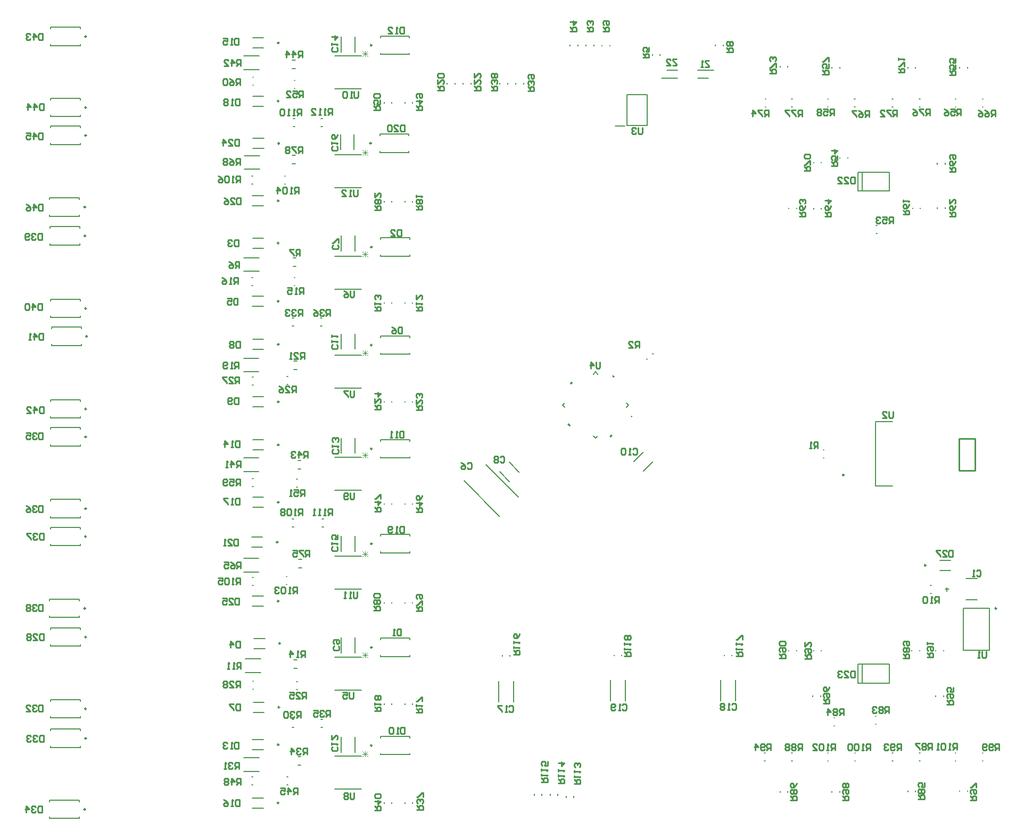
<source format=gbr>
%TF.GenerationSoftware,Altium Limited,Altium Designer,21.6.4 (81)*%
G04 Layer_Color=32896*
%FSLAX43Y43*%
%MOMM*%
%TF.SameCoordinates,5D8205C6-A8A5-4108-8313-488A8EE5113E*%
%TF.FilePolarity,Positive*%
%TF.FileFunction,Legend,Bot*%
%TF.Part,Single*%
G01*
G75*
%TA.AperFunction,NonConductor*%
%ADD80C,0.250*%
%ADD81C,0.152*%
%ADD82C,0.200*%
%ADD83C,0.150*%
%ADD84C,0.254*%
%ADD85C,0.076*%
G36*
X152319Y109072D02*
X152588Y108803D01*
X152409Y108623D01*
X152139Y108893D01*
X152319Y109072D01*
D02*
G37*
G36*
X159095Y107304D02*
X159275Y107125D01*
X159005Y106855D01*
X158826Y107035D01*
X159095Y107304D01*
D02*
G37*
G36*
X152942Y115579D02*
X152762Y115758D01*
X152493Y115489D01*
X152673Y115309D01*
X152942Y115579D01*
D02*
G37*
G36*
X159179Y116639D02*
X159449Y116370D01*
X159628Y116550D01*
X159359Y116819D01*
X159179Y116639D01*
D02*
G37*
D80*
X75449Y47625D02*
G03*
X75449Y47625I-125J0D01*
G01*
X75576Y58928D02*
G03*
X75576Y58928I-125J0D01*
G01*
Y63627D02*
G03*
X75576Y63627I-125J0D01*
G01*
X75449Y79629D02*
G03*
X75449Y79629I-125J0D01*
G01*
X75576Y91059D02*
G03*
X75576Y91059I-125J0D01*
G01*
Y95504D02*
G03*
X75576Y95504I-125J0D01*
G01*
Y106934D02*
G03*
X75576Y106934I-125J0D01*
G01*
X75588Y111379D02*
G03*
X75588Y111379I-125J0D01*
G01*
X75715Y122936D02*
G03*
X75715Y122936I-125J0D01*
G01*
X75588Y127381D02*
G03*
X75588Y127381I-125J0D01*
G01*
X75461Y138938D02*
G03*
X75461Y138938I-125J0D01*
G01*
X75449Y143510D02*
G03*
X75449Y143510I-125J0D01*
G01*
X75588Y154940D02*
G03*
X75588Y154940I-125J0D01*
G01*
Y159385D02*
G03*
X75588Y159385I-125J0D01*
G01*
Y170688D02*
G03*
X75588Y170688I-125J0D01*
G01*
Y75057D02*
G03*
X75588Y75057I-125J0D01*
G01*
X106195Y80772D02*
G03*
X106195Y80772I-125J0D01*
G01*
X106068Y90170D02*
G03*
X106068Y90170I-125J0D01*
G01*
X106292Y153670D02*
G03*
X106292Y153670I-125J0D01*
G01*
X121039Y57785D02*
G03*
X121039Y57785I-125J0D01*
G01*
Y73406D02*
G03*
X121039Y73406I-125J0D01*
G01*
Y89916D02*
G03*
X121039Y89916I-125J0D01*
G01*
Y105029D02*
G03*
X121039Y105029I-125J0D01*
G01*
Y121539D02*
G03*
X121039Y121539I-125J0D01*
G01*
Y137160D02*
G03*
X121039Y137160I-125J0D01*
G01*
X120912Y153670D02*
G03*
X120912Y153670I-125J0D01*
G01*
X121007Y169291D02*
G03*
X121007Y169291I-125J0D01*
G01*
X106225Y169672D02*
G03*
X106225Y169672I-125J0D01*
G01*
X106195Y144526D02*
G03*
X106195Y144526I-125J0D01*
G01*
X106225Y137795D02*
G03*
X106225Y137795I-125J0D01*
G01*
X106195Y128524D02*
G03*
X106195Y128524I-125J0D01*
G01*
X106225Y112522D02*
G03*
X106225Y112522I-125J0D01*
G01*
Y121666D02*
G03*
X106225Y121666I-125J0D01*
G01*
Y96520D02*
G03*
X106225Y96520I-125J0D01*
G01*
Y105664D02*
G03*
X106225Y105664I-125J0D01*
G01*
X106322Y63881D02*
G03*
X106322Y63881I-125J0D01*
G01*
X106195Y57912D02*
G03*
X106195Y57912I-125J0D01*
G01*
X220370Y79627D02*
G03*
X220370Y79627I-125J0D01*
G01*
X209142Y86487D02*
G03*
X209142Y86487I-125J0D01*
G01*
X196112Y100863D02*
G03*
X196112Y100863I-125J0D01*
G01*
X106449Y74041D02*
G03*
X106449Y74041I-125J0D01*
G01*
X106195Y48641D02*
G03*
X106195Y48641I-125J0D01*
G01*
X106225Y160401D02*
G03*
X106225Y160401I-125J0D01*
G01*
D81*
X162395Y110175D02*
G03*
X162395Y110175I-76J0D01*
G01*
X115100Y71844D02*
X119342D01*
X115100Y66586D02*
X119342D01*
X115100Y56096D02*
X119342D01*
X115100Y50838D02*
X119342D01*
X115100Y167602D02*
X119342D01*
X115100Y162344D02*
X119342D01*
X115100Y151854D02*
X119342D01*
X115100Y146596D02*
X119342D01*
X115100Y135725D02*
X119342D01*
X115100Y130467D02*
X119342D01*
X115100Y119977D02*
X119342D01*
X115100Y114719D02*
X119342D01*
X115100Y103721D02*
X119342D01*
X115100Y98463D02*
X119342D01*
X115100Y87973D02*
X119342D01*
X115100Y82715D02*
X119342D01*
X156247Y116933D02*
X156591Y117276D01*
X151329Y112014D02*
X151672Y111670D01*
X156591Y106752D02*
X156935Y107095D01*
X161510Y111670D02*
X161853Y112014D01*
X156591Y117276D02*
X156935Y116933D01*
X151329Y112014D02*
X151672Y112358D01*
X156247Y107095D02*
X156591Y106752D01*
X161510Y112358D02*
X161853Y112014D01*
D82*
X69749Y49075D02*
X74499D01*
X69749Y46175D02*
Y46410D01*
Y48840D02*
Y49075D01*
Y46175D02*
X74499D01*
Y46410D01*
Y48840D02*
Y49075D01*
X69876Y60378D02*
X74626D01*
X69876Y57478D02*
Y57713D01*
Y60143D02*
Y60378D01*
Y57478D02*
X74626D01*
Y57713D01*
Y60143D02*
Y60378D01*
X69876Y65077D02*
X74626D01*
X69876Y62177D02*
Y62412D01*
Y64842D02*
Y65077D01*
Y62177D02*
X74626D01*
Y62412D01*
Y64842D02*
Y65077D01*
X69749Y81079D02*
X74499D01*
X69749Y78179D02*
Y78414D01*
Y80844D02*
Y81079D01*
Y78179D02*
X74499D01*
Y78414D01*
Y80844D02*
Y81079D01*
X69876Y92509D02*
X74626D01*
X69876Y89609D02*
Y89844D01*
Y92274D02*
Y92509D01*
Y89609D02*
X74626D01*
Y89844D01*
Y92274D02*
Y92509D01*
X69876Y96954D02*
X74626D01*
X69876Y94054D02*
Y94289D01*
Y96719D02*
Y96954D01*
Y94054D02*
X74626D01*
Y94289D01*
Y96719D02*
Y96954D01*
X69876Y108384D02*
X74626D01*
X69876Y105484D02*
Y105719D01*
Y108149D02*
Y108384D01*
Y105484D02*
X74626D01*
Y105719D01*
Y108149D02*
Y108384D01*
X69888Y112829D02*
X74638D01*
X69888Y109929D02*
Y110164D01*
Y112594D02*
Y112829D01*
Y109929D02*
X74638D01*
Y110164D01*
Y112594D02*
Y112829D01*
X70015Y124386D02*
X74765D01*
X70015Y121486D02*
Y121721D01*
Y124151D02*
Y124386D01*
Y121486D02*
X74765D01*
Y121721D01*
Y124151D02*
Y124386D01*
X69888Y128831D02*
X74638D01*
X69888Y125931D02*
Y126166D01*
Y128596D02*
Y128831D01*
Y125931D02*
X74638D01*
Y126166D01*
Y128596D02*
Y128831D01*
X69761Y140388D02*
X74511D01*
X69761Y137488D02*
Y137723D01*
Y140153D02*
Y140388D01*
Y137488D02*
X74511D01*
Y137723D01*
Y140153D02*
Y140388D01*
X69749Y144960D02*
X74499D01*
X69749Y142060D02*
Y142295D01*
Y144725D02*
Y144960D01*
Y142060D02*
X74499D01*
Y142295D01*
Y144725D02*
Y144960D01*
X69888Y156390D02*
X74638D01*
X69888Y153490D02*
Y153725D01*
Y156155D02*
Y156390D01*
Y153490D02*
X74638D01*
Y153725D01*
Y156155D02*
Y156390D01*
X69888Y160835D02*
X74638D01*
X69888Y157935D02*
Y158170D01*
Y160600D02*
Y160835D01*
Y157935D02*
X74638D01*
Y158170D01*
Y160600D02*
Y160835D01*
X69888Y172138D02*
X74638D01*
X69888Y169238D02*
Y169473D01*
Y171903D02*
Y172138D01*
Y169238D02*
X74638D01*
Y169473D01*
Y171903D02*
Y172138D01*
X69888Y76507D02*
X74638D01*
X69888Y73607D02*
Y73842D01*
Y76272D02*
Y76507D01*
Y73607D02*
X74638D01*
Y73842D01*
Y76272D02*
Y76507D01*
X101995Y79972D02*
X103745D01*
X101995Y81572D02*
X103745D01*
X101868Y89370D02*
X103618D01*
X101868Y90970D02*
X103618D01*
X102092Y152870D02*
X103842D01*
X102092Y154470D02*
X103842D01*
X122946Y160074D02*
Y160220D01*
X124196Y160074D02*
Y160220D01*
X126248Y160074D02*
Y160220D01*
X127498Y160074D02*
Y160220D01*
X122946Y80445D02*
Y80591D01*
X124196Y80445D02*
Y80591D01*
X126248Y80445D02*
Y80591D01*
X127498Y80445D02*
Y80591D01*
X122946Y64316D02*
Y64462D01*
X124196Y64316D02*
Y64462D01*
X126248Y64316D02*
Y64462D01*
X127498Y64316D02*
Y64462D01*
X122946Y48568D02*
Y48714D01*
X124196Y48568D02*
Y48714D01*
X126248Y48568D02*
Y48714D01*
X127498Y48568D02*
Y48714D01*
X122414Y56325D02*
Y56560D01*
Y59010D02*
Y59245D01*
X127014D01*
Y56325D02*
Y56560D01*
Y59010D02*
Y59245D01*
X122414Y56325D02*
X127014D01*
X122414Y71946D02*
Y72181D01*
Y74631D02*
Y74866D01*
X127014D01*
Y71946D02*
Y72181D01*
Y74631D02*
Y74866D01*
X122414Y71946D02*
X127014D01*
X122414Y88456D02*
Y88691D01*
Y91141D02*
Y91376D01*
X127014D01*
Y88456D02*
Y88691D01*
Y91141D02*
Y91376D01*
X122414Y88456D02*
X127014D01*
X122414Y103569D02*
Y103804D01*
Y106254D02*
Y106489D01*
X127014D01*
Y103569D02*
Y103804D01*
Y106254D02*
Y106489D01*
X122414Y103569D02*
X127014D01*
X122414Y120079D02*
Y120314D01*
Y122764D02*
Y122999D01*
X127014D01*
Y120079D02*
Y120314D01*
Y122764D02*
Y122999D01*
X122414Y120079D02*
X127014D01*
X122414Y135700D02*
Y135935D01*
Y138385D02*
Y138620D01*
X127014D01*
Y135700D02*
Y135935D01*
Y138385D02*
Y138620D01*
X122414Y135700D02*
X127014D01*
X122287Y152210D02*
Y152445D01*
Y154895D02*
Y155130D01*
X126887D01*
Y152210D02*
Y152445D01*
Y154895D02*
Y155130D01*
X122287Y152210D02*
X126887D01*
X122382Y167831D02*
Y168066D01*
Y170516D02*
Y170751D01*
X126982D01*
Y167831D02*
Y168066D01*
Y170516D02*
Y170751D01*
X122382Y167831D02*
X126982D01*
X116146Y168212D02*
Y170624D01*
X118296Y168212D02*
Y170624D01*
X116019Y152683D02*
Y155095D01*
X118169Y152683D02*
Y155095D01*
X116146Y136554D02*
Y138966D01*
X118296Y136554D02*
Y138966D01*
X116146Y120933D02*
Y123345D01*
X118296Y120933D02*
Y123345D01*
X116146Y104331D02*
Y106743D01*
X118296Y104331D02*
Y106743D01*
X116146Y88710D02*
Y91122D01*
X118296Y88710D02*
Y91122D01*
X116146Y56706D02*
Y59118D01*
X118296Y56706D02*
Y59118D01*
X107496Y52822D02*
X107642D01*
X107496Y51572D02*
X107642D01*
X109249Y54697D02*
X109699D01*
X109249Y56047D02*
X109699D01*
X108335Y60716D02*
X108581D01*
X108335Y61966D02*
X108581D01*
X109020Y67935D02*
X109166D01*
X109020Y66685D02*
X109166D01*
X108614Y70064D02*
X109064D01*
X108614Y71414D02*
X109064D01*
X109376Y86066D02*
X109826D01*
X109376Y87416D02*
X109826D01*
X108335Y92593D02*
X108581D01*
X108335Y93843D02*
X108581D01*
X109020Y100193D02*
X109166D01*
X109020Y98943D02*
X109166D01*
X109249Y101814D02*
X109699D01*
X109249Y103164D02*
X109699D01*
X107496Y116576D02*
X107642D01*
X107496Y115326D02*
X107642D01*
X108614Y117689D02*
X109064D01*
X108614Y119039D02*
X109064D01*
X108335Y124597D02*
X108581D01*
X108335Y125847D02*
X108581D01*
X108639Y132324D02*
X108785D01*
X108639Y131074D02*
X108785D01*
X108453Y134072D02*
X108903D01*
X108453Y135422D02*
X108903D01*
X108360Y150455D02*
X108810D01*
X108360Y151805D02*
X108810D01*
X108462Y156347D02*
X108708D01*
X108462Y157597D02*
X108708D01*
X108639Y163693D02*
X108785D01*
X108639Y162443D02*
X108785D01*
X102025Y168872D02*
X103775D01*
X102025Y170472D02*
X103775D01*
X100648Y167572D02*
X103060D01*
X100648Y165422D02*
X103060D01*
X102035Y164201D02*
X102181D01*
X102035Y162951D02*
X102181D01*
X100735Y151697D02*
X103147D01*
X100735Y149547D02*
X103147D01*
X101995Y143726D02*
X103745D01*
X101995Y145326D02*
X103745D01*
X102025Y136995D02*
X103775D01*
X102025Y138595D02*
X103775D01*
X101995Y127724D02*
X103745D01*
X101995Y129324D02*
X103745D01*
X100648Y135441D02*
X103060D01*
X100648Y133291D02*
X103060D01*
X102025Y111722D02*
X103775D01*
X102025Y113322D02*
X103775D01*
X102025Y120866D02*
X103775D01*
X102025Y122466D02*
X103775D01*
X100608Y119439D02*
X103020D01*
X100608Y117289D02*
X103020D01*
X102025Y95720D02*
X103775D01*
X102025Y97320D02*
X103775D01*
X102025Y104864D02*
X103775D01*
X102025Y106464D02*
X103775D01*
X100608Y103564D02*
X103020D01*
X100608Y101414D02*
X103020D01*
X107369Y84699D02*
X107515D01*
X107369Y83449D02*
X107515D01*
X102122Y63081D02*
X103872D01*
X102122Y64681D02*
X103872D01*
X101995Y57112D02*
X103745D01*
X101995Y58712D02*
X103745D01*
X100648Y55812D02*
X103060D01*
X100648Y53662D02*
X103060D01*
X161595Y156554D02*
X164795D01*
Y161454D01*
X161595D02*
X164795D01*
X161595Y156554D02*
Y161454D01*
X159720Y156424D02*
X161245D01*
X155077Y169218D02*
Y169364D01*
X156327Y169218D02*
Y169364D01*
X158867Y169184D02*
Y169329D01*
X157617Y169184D02*
Y169329D01*
X165618Y167694D02*
Y167840D01*
X166868Y167694D02*
Y167840D01*
X176901Y169218D02*
Y169364D01*
X175651Y169218D02*
Y169364D01*
X167933Y165344D02*
X169633D01*
X167083Y164094D02*
X169633D01*
X172829D02*
X174529D01*
X172829Y165344D02*
X175379D01*
X165618Y120254D02*
X165720Y120152D01*
X164734Y119370D02*
X164836Y119268D01*
X139147Y102526D02*
X144309Y97364D01*
X135665Y99928D02*
X141269Y94324D01*
X141337Y101364D02*
X142893Y99808D01*
X142857Y102884D02*
X144413Y101328D01*
X162673Y102979D02*
X164229Y104535D01*
X164193Y101459D02*
X165749Y103015D01*
X159522Y72063D02*
Y72209D01*
X160772Y72063D02*
Y72209D01*
X178851Y64895D02*
Y68201D01*
X176495Y64895D02*
Y68201D01*
X143545Y64768D02*
Y68074D01*
X141189Y64768D02*
Y68074D01*
X161325Y64895D02*
Y68201D01*
X158969Y64895D02*
Y68201D01*
X153152Y49521D02*
Y49766D01*
X151902Y49521D02*
Y49766D01*
X183442Y56632D02*
X183588D01*
X183442Y55382D02*
X183588D01*
X187760Y56632D02*
X187906D01*
X187760Y55382D02*
X187906D01*
X197793Y56632D02*
X197939D01*
X197793Y55382D02*
X197939D01*
X203762Y56632D02*
X203908D01*
X203762Y55382D02*
X203908D01*
X208080Y56632D02*
X208226D01*
X208080Y55382D02*
X208226D01*
X218113Y56632D02*
X218259D01*
X218113Y55382D02*
X218259D01*
X201095Y61224D02*
X201241D01*
X201095Y62474D02*
X201241D01*
X194491Y60970D02*
X194637D01*
X194491Y62220D02*
X194637D01*
X191145Y65586D02*
Y65732D01*
X192395Y65586D02*
Y65732D01*
X187335Y72825D02*
Y72971D01*
X188585Y72825D02*
Y72971D01*
X191272Y72825D02*
Y72971D01*
X192522Y72825D02*
Y72971D01*
X206893Y72825D02*
Y72971D01*
X208143Y72825D02*
Y72971D01*
X215120Y72977D02*
X219220D01*
X215120Y79677D02*
X219220D01*
X215120Y72977D02*
Y79677D01*
X219220Y72977D02*
Y79677D01*
X212183Y82677D02*
X212783D01*
X212483Y82377D02*
Y82977D01*
X215533Y80977D02*
X217283D01*
X215533Y84377D02*
X217283D01*
X211342Y87287D02*
X213092D01*
X211342Y85687D02*
X213092D01*
X192802Y103642D02*
X192947D01*
X192802Y104892D02*
X192947D01*
X201146Y99149D02*
X203842D01*
X201146D02*
Y109385D01*
X203842D01*
X201222Y139329D02*
X201368D01*
X201222Y140579D02*
X201368D01*
X188585Y143276D02*
Y143421D01*
X187335Y143276D02*
Y143421D01*
X196713Y151311D02*
Y151457D01*
X195463Y151311D02*
Y151457D01*
X208270Y143276D02*
Y143421D01*
X207020Y143276D02*
Y143421D01*
X212207Y143310D02*
Y143456D01*
X210957Y143310D02*
Y143456D01*
X212207Y150372D02*
Y150618D01*
X210957Y150372D02*
Y150618D01*
X218113Y159522D02*
X218259D01*
X218113Y160772D02*
X218259D01*
X213795Y159522D02*
X213941D01*
X213795Y160772D02*
X213941D01*
X208046D02*
X208191D01*
X208046Y159522D02*
X208191D01*
X203762D02*
X203908D01*
X203762Y160772D02*
X203908D01*
X197759Y159522D02*
X197904D01*
X197759Y160772D02*
X197904D01*
X193475Y159522D02*
X193621D01*
X193475Y160772D02*
X193621D01*
X187726D02*
X187871D01*
X187726Y159522D02*
X187871D01*
X183569D02*
X183715D01*
X183569Y160772D02*
X183715D01*
X134229Y163157D02*
Y163302D01*
X132979Y163157D02*
Y163302D01*
X136769Y163157D02*
Y163302D01*
X135519Y163157D02*
Y163302D01*
X142611Y163157D02*
Y163302D01*
X141361Y163157D02*
Y163302D01*
X145151Y163157D02*
Y163302D01*
X143901Y163157D02*
Y163302D01*
X153787Y169218D02*
Y169364D01*
X152537Y169218D02*
Y169364D01*
X149362Y49848D02*
Y50093D01*
X150612Y49848D02*
Y50093D01*
X146822Y49848D02*
Y50093D01*
X148072Y49848D02*
Y50093D01*
X142992Y72029D02*
Y72174D01*
X141742Y72029D02*
Y72174D01*
X178298Y72063D02*
Y72209D01*
X177048Y72063D02*
Y72209D01*
X191272Y143253D02*
Y143398D01*
X192522Y143253D02*
Y143398D01*
X191272Y150549D02*
Y150695D01*
X192522Y150549D02*
Y150695D01*
X211936Y65604D02*
Y65749D01*
X210686Y65604D02*
Y65749D01*
X211953Y72825D02*
Y72971D01*
X210703Y72825D02*
Y72971D01*
X193475Y56632D02*
X193621D01*
X193475Y55382D02*
X193621D01*
X213795Y56632D02*
X213941D01*
X213795Y55382D02*
X213941D01*
X215763Y165662D02*
Y165808D01*
X214513Y165662D02*
Y165808D01*
X207508Y165662D02*
Y165808D01*
X206258Y165662D02*
Y165808D01*
X187188Y165824D02*
Y165969D01*
X185938Y165824D02*
Y165969D01*
X195443Y165662D02*
Y165808D01*
X194193Y165662D02*
Y165808D01*
X112907Y61966D02*
X113153D01*
X112907Y60716D02*
X113153D01*
X112848Y125847D02*
X113093D01*
X112848Y124597D02*
X113093D01*
X113034Y93843D02*
X113280D01*
X113034Y92593D02*
X113280D01*
X112907Y157597D02*
X113153D01*
X112907Y156347D02*
X113153D01*
X209858Y82052D02*
X210004D01*
X209858Y83302D02*
X210004D01*
X215763Y50473D02*
Y50619D01*
X214513Y50473D02*
Y50619D01*
X207508Y50439D02*
Y50584D01*
X206258Y50439D02*
Y50584D01*
X187188Y50346D02*
Y50492D01*
X185938Y50346D02*
Y50492D01*
X195443Y50346D02*
Y50492D01*
X194193Y50346D02*
Y50492D01*
X127498Y144326D02*
Y144472D01*
X126248Y144326D02*
Y144472D01*
X124196Y144326D02*
Y144472D01*
X122946Y144326D02*
Y144472D01*
X127498Y128197D02*
Y128343D01*
X126248Y128197D02*
Y128343D01*
X124196Y128197D02*
Y128343D01*
X122946Y128197D02*
Y128343D01*
X127498Y112449D02*
Y112595D01*
X126248Y112449D02*
Y112595D01*
X124196Y112449D02*
Y112595D01*
X122946Y112449D02*
Y112595D01*
X127498Y96193D02*
Y96339D01*
X126248Y96193D02*
Y96339D01*
X124196Y96193D02*
Y96339D01*
X122946Y96193D02*
Y96339D01*
X118296Y72546D02*
Y74958D01*
X116146Y72546D02*
Y74958D01*
X107115Y147203D02*
X107261D01*
X107115Y148453D02*
X107261D01*
X108360Y166918D02*
X108810D01*
X108360Y165568D02*
X108810D01*
X102249Y74841D02*
X103999D01*
X102249Y73241D02*
X103999D01*
X100902Y69410D02*
X103314D01*
X100902Y71560D02*
X103314D01*
X102035Y66812D02*
X102181D01*
X102035Y68062D02*
X102181D01*
X101995Y49441D02*
X103745D01*
X101995Y47841D02*
X103745D01*
X101874Y147203D02*
X102019D01*
X101874Y148453D02*
X102019D01*
X101908Y51572D02*
X102054D01*
X101908Y52822D02*
X102054D01*
X100608Y85412D02*
X103020D01*
X100608Y87562D02*
X103020D01*
X102001Y83322D02*
X102146D01*
X102001Y84572D02*
X102146D01*
X102001Y99070D02*
X102146D01*
X102001Y100320D02*
X102146D01*
X101908Y131074D02*
X102054D01*
X101908Y132324D02*
X102054D01*
X102001Y115199D02*
X102146D01*
X102001Y116449D02*
X102146D01*
X102025Y161201D02*
X103775D01*
X102025Y159601D02*
X103775D01*
D83*
X203287Y67715D02*
Y70715D01*
X198287Y67715D02*
Y70715D01*
Y67715D02*
X203287D01*
X198287Y70715D02*
X203287D01*
X199037Y67715D02*
Y70715D01*
X203287Y146074D02*
Y149074D01*
X198287Y146074D02*
Y149074D01*
Y146074D02*
X203287D01*
X198287Y149074D02*
X203287D01*
X199037Y146074D02*
Y149074D01*
D84*
X214376Y101600D02*
X216916D01*
Y106680D01*
X214376D02*
X216916D01*
X214376Y101600D02*
Y106680D01*
X68643Y144010D02*
Y143010D01*
X68143D01*
X67976Y143177D01*
Y143843D01*
X68143Y144010D01*
X68643D01*
X67143Y143010D02*
Y144010D01*
X67643Y143510D01*
X66977D01*
X65977Y144010D02*
X66310Y143843D01*
X66644Y143510D01*
Y143177D01*
X66477Y143010D01*
X66144D01*
X65977Y143177D01*
Y143343D01*
X66144Y143510D01*
X66644D01*
X68643Y155313D02*
Y154313D01*
X68143D01*
X67976Y154480D01*
Y155146D01*
X68143Y155313D01*
X68643D01*
X67143Y154313D02*
Y155313D01*
X67643Y154813D01*
X66977D01*
X65977Y155313D02*
X66644D01*
Y154813D01*
X66310Y154980D01*
X66144D01*
X65977Y154813D01*
Y154480D01*
X66144Y154313D01*
X66477D01*
X66644Y154480D01*
X68770Y160012D02*
Y159012D01*
X68270D01*
X68103Y159179D01*
Y159845D01*
X68270Y160012D01*
X68770D01*
X67270Y159012D02*
Y160012D01*
X67770Y159512D01*
X67104D01*
X66271Y159012D02*
Y160012D01*
X66771Y159512D01*
X66104D01*
X68643Y171188D02*
Y170188D01*
X68143D01*
X67976Y170355D01*
Y171021D01*
X68143Y171188D01*
X68643D01*
X67143Y170188D02*
Y171188D01*
X67643Y170688D01*
X66977D01*
X66644Y171021D02*
X66477Y171188D01*
X66144D01*
X65977Y171021D01*
Y170855D01*
X66144Y170688D01*
X66310D01*
X66144D01*
X65977Y170521D01*
Y170355D01*
X66144Y170188D01*
X66477D01*
X66644Y170355D01*
X68770Y111752D02*
Y110752D01*
X68270D01*
X68103Y110919D01*
Y111585D01*
X68270Y111752D01*
X68770D01*
X67270Y110752D02*
Y111752D01*
X67770Y111252D01*
X67104D01*
X66104Y110752D02*
X66771D01*
X66104Y111419D01*
Y111585D01*
X66271Y111752D01*
X66604D01*
X66771Y111585D01*
X68730Y123436D02*
Y122436D01*
X68230D01*
X68064Y122603D01*
Y123269D01*
X68230Y123436D01*
X68730D01*
X67231Y122436D02*
Y123436D01*
X67731Y122936D01*
X67064D01*
X66731Y122436D02*
X66398D01*
X66564D01*
Y123436D01*
X66731Y123269D01*
X68516Y128135D02*
Y127135D01*
X68016D01*
X67849Y127302D01*
Y127968D01*
X68016Y128135D01*
X68516D01*
X67016Y127135D02*
Y128135D01*
X67516Y127635D01*
X66850D01*
X66517Y127968D02*
X66350Y128135D01*
X66017D01*
X65850Y127968D01*
Y127302D01*
X66017Y127135D01*
X66350D01*
X66517Y127302D01*
Y127968D01*
X68516Y139311D02*
Y138311D01*
X68016D01*
X67849Y138478D01*
Y139144D01*
X68016Y139311D01*
X68516D01*
X67516Y139144D02*
X67350Y139311D01*
X67016D01*
X66850Y139144D01*
Y138978D01*
X67016Y138811D01*
X67183D01*
X67016D01*
X66850Y138644D01*
Y138478D01*
X67016Y138311D01*
X67350D01*
X67516Y138478D01*
X66517D02*
X66350Y138311D01*
X66017D01*
X65850Y138478D01*
Y139144D01*
X66017Y139311D01*
X66350D01*
X66517Y139144D01*
Y138978D01*
X66350Y138811D01*
X65850D01*
X68643Y80256D02*
Y79256D01*
X68143D01*
X67976Y79423D01*
Y80089D01*
X68143Y80256D01*
X68643D01*
X67643Y80089D02*
X67477Y80256D01*
X67143D01*
X66977Y80089D01*
Y79923D01*
X67143Y79756D01*
X67310D01*
X67143D01*
X66977Y79589D01*
Y79423D01*
X67143Y79256D01*
X67477D01*
X67643Y79423D01*
X66644Y80089D02*
X66477Y80256D01*
X66144D01*
X65977Y80089D01*
Y79923D01*
X66144Y79756D01*
X65977Y79589D01*
Y79423D01*
X66144Y79256D01*
X66477D01*
X66644Y79423D01*
Y79589D01*
X66477Y79756D01*
X66644Y79923D01*
Y80089D01*
X66477Y79756D02*
X66144D01*
X68770Y91559D02*
Y90559D01*
X68270D01*
X68103Y90726D01*
Y91392D01*
X68270Y91559D01*
X68770D01*
X67770Y91392D02*
X67604Y91559D01*
X67270D01*
X67104Y91392D01*
Y91226D01*
X67270Y91059D01*
X67437D01*
X67270D01*
X67104Y90892D01*
Y90726D01*
X67270Y90559D01*
X67604D01*
X67770Y90726D01*
X66771Y91559D02*
X66104D01*
Y91392D01*
X66771Y90726D01*
Y90559D01*
X68643Y96004D02*
Y95004D01*
X68143D01*
X67976Y95171D01*
Y95837D01*
X68143Y96004D01*
X68643D01*
X67643Y95837D02*
X67477Y96004D01*
X67143D01*
X66977Y95837D01*
Y95671D01*
X67143Y95504D01*
X67310D01*
X67143D01*
X66977Y95337D01*
Y95171D01*
X67143Y95004D01*
X67477D01*
X67643Y95171D01*
X65977Y96004D02*
X66310Y95837D01*
X66644Y95504D01*
Y95171D01*
X66477Y95004D01*
X66144D01*
X65977Y95171D01*
Y95337D01*
X66144Y95504D01*
X66644D01*
X68643Y107561D02*
Y106561D01*
X68143D01*
X67976Y106728D01*
Y107394D01*
X68143Y107561D01*
X68643D01*
X67643Y107394D02*
X67477Y107561D01*
X67143D01*
X66977Y107394D01*
Y107228D01*
X67143Y107061D01*
X67310D01*
X67143D01*
X66977Y106894D01*
Y106728D01*
X67143Y106561D01*
X67477D01*
X67643Y106728D01*
X65977Y107561D02*
X66644D01*
Y107061D01*
X66310Y107228D01*
X66144D01*
X65977Y107061D01*
Y106728D01*
X66144Y106561D01*
X66477D01*
X66644Y106728D01*
X68516Y48125D02*
Y47125D01*
X68016D01*
X67849Y47292D01*
Y47958D01*
X68016Y48125D01*
X68516D01*
X67516Y47958D02*
X67350Y48125D01*
X67016D01*
X66850Y47958D01*
Y47792D01*
X67016Y47625D01*
X67183D01*
X67016D01*
X66850Y47458D01*
Y47292D01*
X67016Y47125D01*
X67350D01*
X67516Y47292D01*
X66017Y47125D02*
Y48125D01*
X66517Y47625D01*
X65850D01*
X68770Y59428D02*
Y58428D01*
X68270D01*
X68103Y58595D01*
Y59261D01*
X68270Y59428D01*
X68770D01*
X67770Y59261D02*
X67604Y59428D01*
X67270D01*
X67104Y59261D01*
Y59095D01*
X67270Y58928D01*
X67437D01*
X67270D01*
X67104Y58761D01*
Y58595D01*
X67270Y58428D01*
X67604D01*
X67770Y58595D01*
X66771Y59261D02*
X66604Y59428D01*
X66271D01*
X66104Y59261D01*
Y59095D01*
X66271Y58928D01*
X66437D01*
X66271D01*
X66104Y58761D01*
Y58595D01*
X66271Y58428D01*
X66604D01*
X66771Y58595D01*
X68643Y64254D02*
Y63254D01*
X68143D01*
X67976Y63421D01*
Y64087D01*
X68143Y64254D01*
X68643D01*
X67643Y64087D02*
X67477Y64254D01*
X67143D01*
X66977Y64087D01*
Y63921D01*
X67143Y63754D01*
X67310D01*
X67143D01*
X66977Y63587D01*
Y63421D01*
X67143Y63254D01*
X67477D01*
X67643Y63421D01*
X65977Y63254D02*
X66644D01*
X65977Y63921D01*
Y64087D01*
X66144Y64254D01*
X66477D01*
X66644Y64087D01*
X68770Y75557D02*
Y74557D01*
X68270D01*
X68103Y74724D01*
Y75390D01*
X68270Y75557D01*
X68770D01*
X67104Y74557D02*
X67770D01*
X67104Y75224D01*
Y75390D01*
X67270Y75557D01*
X67604D01*
X67770Y75390D01*
X66771D02*
X66604Y75557D01*
X66271D01*
X66104Y75390D01*
Y75224D01*
X66271Y75057D01*
X66104Y74890D01*
Y74724D01*
X66271Y74557D01*
X66604D01*
X66771Y74724D01*
Y74890D01*
X66604Y75057D01*
X66771Y75224D01*
Y75390D01*
X66604Y75057D02*
X66271D01*
X213423Y88892D02*
Y87892D01*
X212923D01*
X212756Y88059D01*
Y88725D01*
X212923Y88892D01*
X213423D01*
X211757Y87892D02*
X212423D01*
X211757Y88559D01*
Y88725D01*
X211923Y88892D01*
X212257D01*
X212423Y88725D01*
X211424Y88892D02*
X210757D01*
Y88725D01*
X211424Y88059D01*
Y87892D01*
X169489Y167124D02*
X168823D01*
Y166957D01*
X169489Y166291D01*
Y166124D01*
X168823D01*
X167823D02*
X168489D01*
X167823Y166791D01*
Y166957D01*
X167990Y167124D01*
X168323D01*
X168489Y166957D01*
X174656Y166870D02*
X173990D01*
Y166703D01*
X174656Y166037D01*
Y165870D01*
X173990D01*
X173657D02*
X173324D01*
X173490D01*
Y166870D01*
X173657Y166703D01*
X118725Y146296D02*
Y145463D01*
X118558Y145296D01*
X118225D01*
X118058Y145463D01*
Y146296D01*
X117725Y145296D02*
X117392D01*
X117558D01*
Y146296D01*
X117725Y146129D01*
X116225Y145296D02*
X116892D01*
X116225Y145963D01*
Y146129D01*
X116392Y146296D01*
X116725D01*
X116892Y146129D01*
X118685Y82288D02*
Y81455D01*
X118518Y81288D01*
X118185D01*
X118019Y81455D01*
Y82288D01*
X117685Y81288D02*
X117352D01*
X117519D01*
Y82288D01*
X117685Y82121D01*
X116852Y81288D02*
X116519D01*
X116686D01*
Y82288D01*
X116852Y82121D01*
X118852Y161917D02*
Y161084D01*
X118685Y160917D01*
X118352D01*
X118185Y161084D01*
Y161917D01*
X117852Y160917D02*
X117519D01*
X117685D01*
Y161917D01*
X117852Y161750D01*
X117019D02*
X116852Y161917D01*
X116519D01*
X116352Y161750D01*
Y161084D01*
X116519Y160917D01*
X116852D01*
X117019Y161084D01*
Y161750D01*
X118181Y98036D02*
Y97203D01*
X118014Y97036D01*
X117681D01*
X117515Y97203D01*
Y98036D01*
X117181Y97203D02*
X117015Y97036D01*
X116682D01*
X116515Y97203D01*
Y97869D01*
X116682Y98036D01*
X117015D01*
X117181Y97869D01*
Y97703D01*
X117015Y97536D01*
X116515D01*
X118181Y50284D02*
Y49451D01*
X118014Y49284D01*
X117681D01*
X117515Y49451D01*
Y50284D01*
X117181Y50117D02*
X117015Y50284D01*
X116682D01*
X116515Y50117D01*
Y49951D01*
X116682Y49784D01*
X116515Y49617D01*
Y49451D01*
X116682Y49284D01*
X117015D01*
X117181Y49451D01*
Y49617D01*
X117015Y49784D01*
X117181Y49951D01*
Y50117D01*
X117015Y49784D02*
X116682D01*
X118181Y114292D02*
Y113459D01*
X118014Y113292D01*
X117681D01*
X117515Y113459D01*
Y114292D01*
X117181D02*
X116515D01*
Y114125D01*
X117181Y113459D01*
Y113292D01*
X118181Y130167D02*
Y129334D01*
X118014Y129167D01*
X117681D01*
X117515Y129334D01*
Y130167D01*
X116515D02*
X116848Y130000D01*
X117181Y129667D01*
Y129334D01*
X117015Y129167D01*
X116682D01*
X116515Y129334D01*
Y129500D01*
X116682Y129667D01*
X117181D01*
X118054Y66286D02*
Y65453D01*
X117887Y65286D01*
X117554D01*
X117388Y65453D01*
Y66286D01*
X116388D02*
X117054D01*
Y65786D01*
X116721Y65953D01*
X116555D01*
X116388Y65786D01*
Y65453D01*
X116555Y65286D01*
X116888D01*
X117054Y65453D01*
X157297Y118864D02*
Y118031D01*
X157130Y117864D01*
X156797D01*
X156631Y118031D01*
Y118864D01*
X155798Y117864D02*
Y118864D01*
X156297Y118364D01*
X155631D01*
X164028Y156202D02*
Y155369D01*
X163861Y155202D01*
X163528D01*
X163362Y155369D01*
Y156202D01*
X163028Y156035D02*
X162862Y156202D01*
X162529D01*
X162362Y156035D01*
Y155869D01*
X162529Y155702D01*
X162695D01*
X162529D01*
X162362Y155535D01*
Y155369D01*
X162529Y155202D01*
X162862D01*
X163028Y155369D01*
X203906Y110990D02*
Y110157D01*
X203739Y109990D01*
X203406D01*
X203240Y110157D01*
Y110990D01*
X202240Y109990D02*
X202906D01*
X202240Y110657D01*
Y110823D01*
X202407Y110990D01*
X202740D01*
X202906Y110823D01*
X218725Y72763D02*
Y71930D01*
X218559Y71763D01*
X218226D01*
X218059Y71930D01*
Y72763D01*
X217726Y71763D02*
X217393D01*
X217559D01*
Y72763D01*
X217726Y72596D01*
X161171Y71994D02*
X162171D01*
Y72494D01*
X162004Y72660D01*
X161671D01*
X161504Y72494D01*
Y71994D01*
Y72327D02*
X161171Y72660D01*
Y72994D02*
Y73327D01*
Y73160D01*
X162171D01*
X162004Y72994D01*
X161171Y73827D02*
Y74160D01*
Y73993D01*
X162171D01*
X162004Y73827D01*
Y74660D02*
X162171Y74826D01*
Y75160D01*
X162004Y75326D01*
X161838D01*
X161671Y75160D01*
X161504Y75326D01*
X161338D01*
X161171Y75160D01*
Y74826D01*
X161338Y74660D01*
X161504D01*
X161671Y74826D01*
X161838Y74660D01*
X162004D01*
X161671Y74826D02*
Y75160D01*
X178951Y71994D02*
X179951D01*
Y72494D01*
X179784Y72660D01*
X179451D01*
X179284Y72494D01*
Y71994D01*
Y72327D02*
X178951Y72660D01*
Y72994D02*
Y73327D01*
Y73160D01*
X179951D01*
X179784Y72994D01*
X178951Y73827D02*
Y74160D01*
Y73993D01*
X179951D01*
X179784Y73827D01*
X179951Y74660D02*
Y75326D01*
X179784D01*
X179118Y74660D01*
X178951D01*
X143518Y72248D02*
X144518D01*
Y72748D01*
X144351Y72914D01*
X144018D01*
X143851Y72748D01*
Y72248D01*
Y72581D02*
X143518Y72914D01*
Y73248D02*
Y73581D01*
Y73414D01*
X144518D01*
X144351Y73248D01*
X143518Y74081D02*
Y74414D01*
Y74247D01*
X144518D01*
X144351Y74081D01*
X144518Y75580D02*
X144351Y75247D01*
X144018Y74914D01*
X143685D01*
X143518Y75080D01*
Y75414D01*
X143685Y75580D01*
X143851D01*
X144018Y75414D01*
Y74914D01*
X147963Y51928D02*
X148963D01*
Y52428D01*
X148796Y52594D01*
X148463D01*
X148296Y52428D01*
Y51928D01*
Y52261D02*
X147963Y52594D01*
Y52928D02*
Y53261D01*
Y53094D01*
X148963D01*
X148796Y52928D01*
X147963Y53761D02*
Y54094D01*
Y53927D01*
X148963D01*
X148796Y53761D01*
X148963Y55260D02*
Y54594D01*
X148463D01*
X148630Y54927D01*
Y55094D01*
X148463Y55260D01*
X148130D01*
X147963Y55094D01*
Y54760D01*
X148130Y54594D01*
X150630Y51801D02*
X151630D01*
Y52301D01*
X151463Y52467D01*
X151130D01*
X150963Y52301D01*
Y51801D01*
Y52134D02*
X150630Y52467D01*
Y52801D02*
Y53134D01*
Y52967D01*
X151630D01*
X151463Y52801D01*
X150630Y53634D02*
Y53967D01*
Y53800D01*
X151630D01*
X151463Y53634D01*
X150630Y54967D02*
X151630D01*
X151130Y54467D01*
Y55133D01*
X153170Y51674D02*
X154170D01*
Y52174D01*
X154003Y52340D01*
X153670D01*
X153503Y52174D01*
Y51674D01*
Y52007D02*
X153170Y52340D01*
Y52674D02*
Y53007D01*
Y52840D01*
X154170D01*
X154003Y52674D01*
X153170Y53507D02*
Y53840D01*
Y53673D01*
X154170D01*
X154003Y53507D01*
Y54340D02*
X154170Y54506D01*
Y54840D01*
X154003Y55006D01*
X153837D01*
X153670Y54840D01*
Y54673D01*
Y54840D01*
X153503Y55006D01*
X153337D01*
X153170Y54840D01*
Y54506D01*
X153337Y54340D01*
X114696Y158250D02*
Y159250D01*
X114196D01*
X114030Y159083D01*
Y158750D01*
X114196Y158583D01*
X114696D01*
X114363D02*
X114030Y158250D01*
X113696D02*
X113363D01*
X113530D01*
Y159250D01*
X113696Y159083D01*
X112863Y158250D02*
X112530D01*
X112697D01*
Y159250D01*
X112863Y159083D01*
X111364Y158250D02*
X112030D01*
X111364Y158917D01*
Y159083D01*
X111530Y159250D01*
X111864D01*
X112030Y159083D01*
X114657Y94496D02*
Y95496D01*
X114157D01*
X113990Y95329D01*
Y94996D01*
X114157Y94829D01*
X114657D01*
X114323D02*
X113990Y94496D01*
X113657D02*
X113324D01*
X113490D01*
Y95496D01*
X113657Y95329D01*
X112824Y94496D02*
X112491D01*
X112657D01*
Y95496D01*
X112824Y95329D01*
X111991Y94496D02*
X111657D01*
X111824D01*
Y95496D01*
X111991Y95329D01*
X109743Y158123D02*
Y159123D01*
X109243D01*
X109077Y158956D01*
Y158623D01*
X109243Y158456D01*
X109743D01*
X109410D02*
X109077Y158123D01*
X108743D02*
X108410D01*
X108577D01*
Y159123D01*
X108743Y158956D01*
X107910Y158123D02*
X107577D01*
X107744D01*
Y159123D01*
X107910Y158956D01*
X107077D02*
X106911Y159123D01*
X106577D01*
X106411Y158956D01*
Y158290D01*
X106577Y158123D01*
X106911D01*
X107077Y158290D01*
Y158956D01*
X109953Y94496D02*
Y95496D01*
X109454D01*
X109287Y95329D01*
Y94996D01*
X109454Y94829D01*
X109953D01*
X109620D02*
X109287Y94496D01*
X108954D02*
X108621D01*
X108787D01*
Y95496D01*
X108954Y95329D01*
X108121D02*
X107954Y95496D01*
X107621D01*
X107454Y95329D01*
Y94663D01*
X107621Y94496D01*
X107954D01*
X108121Y94663D01*
Y95329D01*
X107121D02*
X106954Y95496D01*
X106621D01*
X106455Y95329D01*
Y95163D01*
X106621Y94996D01*
X106455Y94829D01*
Y94663D01*
X106621Y94496D01*
X106954D01*
X107121Y94663D01*
Y94829D01*
X106954Y94996D01*
X107121Y95163D01*
Y95329D01*
X106954Y94996D02*
X106621D01*
X100047Y147455D02*
Y148455D01*
X99548D01*
X99381Y148288D01*
Y147955D01*
X99548Y147788D01*
X100047D01*
X99714D02*
X99381Y147455D01*
X99048D02*
X98715D01*
X98881D01*
Y148455D01*
X99048Y148288D01*
X98215D02*
X98048Y148455D01*
X97715D01*
X97548Y148288D01*
Y147622D01*
X97715Y147455D01*
X98048D01*
X98215Y147622D01*
Y148288D01*
X96549Y148455D02*
X96882Y148288D01*
X97215Y147955D01*
Y147622D01*
X97048Y147455D01*
X96715D01*
X96549Y147622D01*
Y147788D01*
X96715Y147955D01*
X97215D01*
X100047Y83447D02*
Y84447D01*
X99548D01*
X99381Y84280D01*
Y83947D01*
X99548Y83780D01*
X100047D01*
X99714D02*
X99381Y83447D01*
X99048D02*
X98715D01*
X98881D01*
Y84447D01*
X99048Y84280D01*
X98215D02*
X98048Y84447D01*
X97715D01*
X97548Y84280D01*
Y83614D01*
X97715Y83447D01*
X98048D01*
X98215Y83614D01*
Y84280D01*
X96549Y84447D02*
X97215D01*
Y83947D01*
X96882Y84114D01*
X96715D01*
X96549Y83947D01*
Y83614D01*
X96715Y83447D01*
X97048D01*
X97215Y83614D01*
X109318Y145677D02*
Y146677D01*
X108819D01*
X108652Y146510D01*
Y146177D01*
X108819Y146010D01*
X109318D01*
X108985D02*
X108652Y145677D01*
X108319D02*
X107986D01*
X108152D01*
Y146677D01*
X108319Y146510D01*
X107486D02*
X107319Y146677D01*
X106986D01*
X106819Y146510D01*
Y145844D01*
X106986Y145677D01*
X107319D01*
X107486Y145844D01*
Y146510D01*
X105986Y145677D02*
Y146677D01*
X106486Y146177D01*
X105820D01*
X109064Y82050D02*
Y83050D01*
X108565D01*
X108398Y82883D01*
Y82550D01*
X108565Y82383D01*
X109064D01*
X108731D02*
X108398Y82050D01*
X108065D02*
X107732D01*
X107898D01*
Y83050D01*
X108065Y82883D01*
X107232D02*
X107065Y83050D01*
X106732D01*
X106565Y82883D01*
Y82217D01*
X106732Y82050D01*
X107065D01*
X107232Y82217D01*
Y82883D01*
X106232D02*
X106065Y83050D01*
X105732D01*
X105566Y82883D01*
Y82717D01*
X105732Y82550D01*
X105899D01*
X105732D01*
X105566Y82383D01*
Y82217D01*
X105732Y82050D01*
X106065D01*
X106232Y82217D01*
X194662Y57031D02*
Y58031D01*
X194163D01*
X193996Y57864D01*
Y57531D01*
X194163Y57364D01*
X194662D01*
X194329D02*
X193996Y57031D01*
X193663D02*
X193330D01*
X193496D01*
Y58031D01*
X193663Y57864D01*
X192830D02*
X192663Y58031D01*
X192330D01*
X192163Y57864D01*
Y57198D01*
X192330Y57031D01*
X192663D01*
X192830Y57198D01*
Y57864D01*
X191164Y57031D02*
X191830D01*
X191164Y57698D01*
Y57864D01*
X191330Y58031D01*
X191663D01*
X191830Y57864D01*
X214054Y57158D02*
Y58158D01*
X213554D01*
X213387Y57991D01*
Y57658D01*
X213554Y57491D01*
X214054D01*
X213721D02*
X213387Y57158D01*
X213054D02*
X212721D01*
X212888D01*
Y58158D01*
X213054Y57991D01*
X212221D02*
X212054Y58158D01*
X211721D01*
X211555Y57991D01*
Y57325D01*
X211721Y57158D01*
X212054D01*
X212221Y57325D01*
Y57991D01*
X211221Y57158D02*
X210888D01*
X211055D01*
Y58158D01*
X211221Y57991D01*
X200250Y57031D02*
Y58031D01*
X199751D01*
X199584Y57864D01*
Y57531D01*
X199751Y57364D01*
X200250D01*
X199917D02*
X199584Y57031D01*
X199251D02*
X198918D01*
X199084D01*
Y58031D01*
X199251Y57864D01*
X198418D02*
X198251Y58031D01*
X197918D01*
X197751Y57864D01*
Y57198D01*
X197918Y57031D01*
X198251D01*
X198418Y57198D01*
Y57864D01*
X197418D02*
X197251Y58031D01*
X196918D01*
X196752Y57864D01*
Y57198D01*
X196918Y57031D01*
X197251D01*
X197418Y57198D01*
Y57864D01*
X220789Y57031D02*
Y58031D01*
X220289D01*
X220122Y57864D01*
Y57531D01*
X220289Y57364D01*
X220789D01*
X220456D02*
X220122Y57031D01*
X219789Y57198D02*
X219623Y57031D01*
X219289D01*
X219123Y57198D01*
Y57864D01*
X219289Y58031D01*
X219623D01*
X219789Y57864D01*
Y57698D01*
X219623Y57531D01*
X219123D01*
X218790Y57198D02*
X218623Y57031D01*
X218290D01*
X218123Y57198D01*
Y57864D01*
X218290Y58031D01*
X218623D01*
X218790Y57864D01*
Y57698D01*
X218623Y57531D01*
X218123D01*
X195842Y49086D02*
X196842D01*
Y49586D01*
X196675Y49753D01*
X196342D01*
X196175Y49586D01*
Y49086D01*
Y49419D02*
X195842Y49753D01*
X196009Y50086D02*
X195842Y50252D01*
Y50586D01*
X196009Y50752D01*
X196675D01*
X196842Y50586D01*
Y50252D01*
X196675Y50086D01*
X196509D01*
X196342Y50252D01*
Y50752D01*
X196675Y51085D02*
X196842Y51252D01*
Y51585D01*
X196675Y51752D01*
X196509D01*
X196342Y51585D01*
X196175Y51752D01*
X196009D01*
X195842Y51585D01*
Y51252D01*
X196009Y51085D01*
X196175D01*
X196342Y51252D01*
X196509Y51085D01*
X196675D01*
X196342Y51252D02*
Y51585D01*
X216162Y49086D02*
X217162D01*
Y49586D01*
X216995Y49753D01*
X216662D01*
X216495Y49586D01*
Y49086D01*
Y49419D02*
X216162Y49753D01*
X216329Y50086D02*
X216162Y50252D01*
Y50586D01*
X216329Y50752D01*
X216995D01*
X217162Y50586D01*
Y50252D01*
X216995Y50086D01*
X216829D01*
X216662Y50252D01*
Y50752D01*
X217162Y51085D02*
Y51752D01*
X216995D01*
X216329Y51085D01*
X216162D01*
X192794Y64453D02*
X193794D01*
Y64953D01*
X193627Y65120D01*
X193294D01*
X193127Y64953D01*
Y64453D01*
Y64786D02*
X192794Y65120D01*
X192961Y65453D02*
X192794Y65619D01*
Y65953D01*
X192961Y66119D01*
X193627D01*
X193794Y65953D01*
Y65619D01*
X193627Y65453D01*
X193461D01*
X193294Y65619D01*
Y66119D01*
X193794Y67119D02*
X193627Y66786D01*
X193294Y66452D01*
X192961D01*
X192794Y66619D01*
Y66952D01*
X192961Y67119D01*
X193127D01*
X193294Y66952D01*
Y66452D01*
X212479Y64326D02*
X213479D01*
Y64826D01*
X213312Y64993D01*
X212979D01*
X212812Y64826D01*
Y64326D01*
Y64659D02*
X212479Y64993D01*
X212646Y65326D02*
X212479Y65492D01*
Y65826D01*
X212646Y65992D01*
X213312D01*
X213479Y65826D01*
Y65492D01*
X213312Y65326D01*
X213146D01*
X212979Y65492D01*
Y65992D01*
X213479Y66992D02*
Y66325D01*
X212979D01*
X213146Y66659D01*
Y66825D01*
X212979Y66992D01*
X212646D01*
X212479Y66825D01*
Y66492D01*
X212646Y66325D01*
X184467Y57031D02*
Y58031D01*
X183967D01*
X183800Y57864D01*
Y57531D01*
X183967Y57364D01*
X184467D01*
X184134D02*
X183800Y57031D01*
X183467Y57198D02*
X183301Y57031D01*
X182967D01*
X182801Y57198D01*
Y57864D01*
X182967Y58031D01*
X183301D01*
X183467Y57864D01*
Y57698D01*
X183301Y57531D01*
X182801D01*
X181968Y57031D02*
Y58031D01*
X182468Y57531D01*
X181801D01*
X205168Y57031D02*
Y58031D01*
X204668D01*
X204501Y57864D01*
Y57531D01*
X204668Y57364D01*
X205168D01*
X204835D02*
X204501Y57031D01*
X204168Y57198D02*
X204002Y57031D01*
X203668D01*
X203502Y57198D01*
Y57864D01*
X203668Y58031D01*
X204002D01*
X204168Y57864D01*
Y57698D01*
X204002Y57531D01*
X203502D01*
X203169Y57864D02*
X203002Y58031D01*
X202669D01*
X202502Y57864D01*
Y57698D01*
X202669Y57531D01*
X202835D01*
X202669D01*
X202502Y57364D01*
Y57198D01*
X202669Y57031D01*
X203002D01*
X203169Y57198D01*
X189873Y71565D02*
X190873D01*
Y72065D01*
X190706Y72232D01*
X190373D01*
X190206Y72065D01*
Y71565D01*
Y71898D02*
X189873Y72232D01*
X190040Y72565D02*
X189873Y72731D01*
Y73065D01*
X190040Y73231D01*
X190706D01*
X190873Y73065D01*
Y72731D01*
X190706Y72565D01*
X190540D01*
X190373Y72731D01*
Y73231D01*
X189873Y74231D02*
Y73564D01*
X190540Y74231D01*
X190706D01*
X190873Y74064D01*
Y73731D01*
X190706Y73564D01*
X209304Y71859D02*
X210304D01*
Y72359D01*
X210137Y72525D01*
X209804D01*
X209637Y72359D01*
Y71859D01*
Y72192D02*
X209304Y72525D01*
X209471Y72858D02*
X209304Y73025D01*
Y73358D01*
X209471Y73525D01*
X210137D01*
X210304Y73358D01*
Y73025D01*
X210137Y72858D01*
X209971D01*
X209804Y73025D01*
Y73525D01*
X209304Y73858D02*
Y74191D01*
Y74025D01*
X210304D01*
X210137Y73858D01*
X185809Y71692D02*
X186809D01*
Y72192D01*
X186642Y72359D01*
X186309D01*
X186142Y72192D01*
Y71692D01*
Y72025D02*
X185809Y72359D01*
X185976Y72692D02*
X185809Y72858D01*
Y73192D01*
X185976Y73358D01*
X186642D01*
X186809Y73192D01*
Y72858D01*
X186642Y72692D01*
X186476D01*
X186309Y72858D01*
Y73358D01*
X186642Y73691D02*
X186809Y73858D01*
Y74191D01*
X186642Y74358D01*
X185976D01*
X185809Y74191D01*
Y73858D01*
X185976Y73691D01*
X186642D01*
X205494Y71692D02*
X206494D01*
Y72192D01*
X206327Y72359D01*
X205994D01*
X205827Y72192D01*
Y71692D01*
Y72025D02*
X205494Y72359D01*
X206327Y72692D02*
X206494Y72858D01*
Y73192D01*
X206327Y73358D01*
X206161D01*
X205994Y73192D01*
X205827Y73358D01*
X205661D01*
X205494Y73192D01*
Y72858D01*
X205661Y72692D01*
X205827D01*
X205994Y72858D01*
X206161Y72692D01*
X206327D01*
X205994Y72858D02*
Y73192D01*
X205661Y73691D02*
X205494Y73858D01*
Y74191D01*
X205661Y74358D01*
X206327D01*
X206494Y74191D01*
Y73858D01*
X206327Y73691D01*
X206161D01*
X205994Y73858D01*
Y74358D01*
X189420Y57031D02*
Y58031D01*
X188920D01*
X188753Y57864D01*
Y57531D01*
X188920Y57364D01*
X189420D01*
X189087D02*
X188753Y57031D01*
X188420Y57864D02*
X188254Y58031D01*
X187920D01*
X187754Y57864D01*
Y57698D01*
X187920Y57531D01*
X187754Y57364D01*
Y57198D01*
X187920Y57031D01*
X188254D01*
X188420Y57198D01*
Y57364D01*
X188254Y57531D01*
X188420Y57698D01*
Y57864D01*
X188254Y57531D02*
X187920D01*
X187421Y57864D02*
X187254Y58031D01*
X186921D01*
X186754Y57864D01*
Y57698D01*
X186921Y57531D01*
X186754Y57364D01*
Y57198D01*
X186921Y57031D01*
X187254D01*
X187421Y57198D01*
Y57364D01*
X187254Y57531D01*
X187421Y57698D01*
Y57864D01*
X187254Y57531D02*
X186921D01*
X210121Y57158D02*
Y58158D01*
X209621D01*
X209454Y57991D01*
Y57658D01*
X209621Y57491D01*
X210121D01*
X209788D02*
X209454Y57158D01*
X209121Y57991D02*
X208955Y58158D01*
X208621D01*
X208455Y57991D01*
Y57825D01*
X208621Y57658D01*
X208455Y57491D01*
Y57325D01*
X208621Y57158D01*
X208955D01*
X209121Y57325D01*
Y57491D01*
X208955Y57658D01*
X209121Y57825D01*
Y57991D01*
X208955Y57658D02*
X208621D01*
X208122Y58158D02*
X207455D01*
Y57991D01*
X208122Y57325D01*
Y57158D01*
X187587Y49086D02*
X188587D01*
Y49586D01*
X188420Y49753D01*
X188087D01*
X187920Y49586D01*
Y49086D01*
Y49419D02*
X187587Y49753D01*
X188420Y50086D02*
X188587Y50252D01*
Y50586D01*
X188420Y50752D01*
X188254D01*
X188087Y50586D01*
X187920Y50752D01*
X187754D01*
X187587Y50586D01*
Y50252D01*
X187754Y50086D01*
X187920D01*
X188087Y50252D01*
X188254Y50086D01*
X188420D01*
X188087Y50252D02*
Y50586D01*
X188587Y51752D02*
X188420Y51419D01*
X188087Y51085D01*
X187754D01*
X187587Y51252D01*
Y51585D01*
X187754Y51752D01*
X187920D01*
X188087Y51585D01*
Y51085D01*
X207907Y49213D02*
X208907D01*
Y49713D01*
X208740Y49880D01*
X208407D01*
X208240Y49713D01*
Y49213D01*
Y49546D02*
X207907Y49880D01*
X208740Y50213D02*
X208907Y50379D01*
Y50713D01*
X208740Y50879D01*
X208574D01*
X208407Y50713D01*
X208240Y50879D01*
X208074D01*
X207907Y50713D01*
Y50379D01*
X208074Y50213D01*
X208240D01*
X208407Y50379D01*
X208574Y50213D01*
X208740D01*
X208407Y50379D02*
Y50713D01*
X208907Y51879D02*
Y51212D01*
X208407D01*
X208574Y51546D01*
Y51712D01*
X208407Y51879D01*
X208074D01*
X207907Y51712D01*
Y51379D01*
X208074Y51212D01*
X196024Y62619D02*
Y63619D01*
X195524D01*
X195357Y63452D01*
Y63119D01*
X195524Y62952D01*
X196024D01*
X195691D02*
X195357Y62619D01*
X195024Y63452D02*
X194858Y63619D01*
X194524D01*
X194358Y63452D01*
Y63286D01*
X194524Y63119D01*
X194358Y62952D01*
Y62786D01*
X194524Y62619D01*
X194858D01*
X195024Y62786D01*
Y62952D01*
X194858Y63119D01*
X195024Y63286D01*
Y63452D01*
X194858Y63119D02*
X194524D01*
X193525Y62619D02*
Y63619D01*
X194025Y63119D01*
X193358D01*
X203263Y63000D02*
Y64000D01*
X202763D01*
X202596Y63833D01*
Y63500D01*
X202763Y63333D01*
X203263D01*
X202930D02*
X202596Y63000D01*
X202263Y63833D02*
X202097Y64000D01*
X201763D01*
X201597Y63833D01*
Y63667D01*
X201763Y63500D01*
X201597Y63333D01*
Y63167D01*
X201763Y63000D01*
X202097D01*
X202263Y63167D01*
Y63333D01*
X202097Y63500D01*
X202263Y63667D01*
Y63833D01*
X202097Y63500D02*
X201763D01*
X201264Y63833D02*
X201097Y64000D01*
X200764D01*
X200597Y63833D01*
Y63667D01*
X200764Y63500D01*
X200930D01*
X200764D01*
X200597Y63333D01*
Y63167D01*
X200764Y63000D01*
X201097D01*
X201264Y63167D01*
X121420Y143066D02*
X122420D01*
Y143566D01*
X122253Y143733D01*
X121920D01*
X121753Y143566D01*
Y143066D01*
Y143399D02*
X121420Y143733D01*
X122253Y144066D02*
X122420Y144232D01*
Y144566D01*
X122253Y144732D01*
X122087D01*
X121920Y144566D01*
X121753Y144732D01*
X121587D01*
X121420Y144566D01*
Y144232D01*
X121587Y144066D01*
X121753D01*
X121920Y144232D01*
X122087Y144066D01*
X122253D01*
X121920Y144232D02*
Y144566D01*
X121420Y145732D02*
Y145065D01*
X122087Y145732D01*
X122253D01*
X122420Y145565D01*
Y145232D01*
X122253Y145065D01*
X128024Y143106D02*
X129024D01*
Y143606D01*
X128857Y143772D01*
X128524D01*
X128357Y143606D01*
Y143106D01*
Y143439D02*
X128024Y143772D01*
X128857Y144105D02*
X129024Y144272D01*
Y144605D01*
X128857Y144772D01*
X128691D01*
X128524Y144605D01*
X128357Y144772D01*
X128191D01*
X128024Y144605D01*
Y144272D01*
X128191Y144105D01*
X128357D01*
X128524Y144272D01*
X128691Y144105D01*
X128857D01*
X128524Y144272D02*
Y144605D01*
X128024Y145105D02*
Y145438D01*
Y145272D01*
X129024D01*
X128857Y145105D01*
X121293Y79312D02*
X122293D01*
Y79812D01*
X122126Y79979D01*
X121793D01*
X121626Y79812D01*
Y79312D01*
Y79645D02*
X121293Y79979D01*
X122126Y80312D02*
X122293Y80478D01*
Y80812D01*
X122126Y80978D01*
X121960D01*
X121793Y80812D01*
X121626Y80978D01*
X121460D01*
X121293Y80812D01*
Y80478D01*
X121460Y80312D01*
X121626D01*
X121793Y80478D01*
X121960Y80312D01*
X122126D01*
X121793Y80478D02*
Y80812D01*
X122126Y81311D02*
X122293Y81478D01*
Y81811D01*
X122126Y81978D01*
X121460D01*
X121293Y81811D01*
Y81478D01*
X121460Y81311D01*
X122126D01*
X128024Y79185D02*
X129024D01*
Y79685D01*
X128857Y79852D01*
X128524D01*
X128357Y79685D01*
Y79185D01*
Y79518D02*
X128024Y79852D01*
X129024Y80185D02*
Y80851D01*
X128857D01*
X128191Y80185D01*
X128024D01*
X128191Y81184D02*
X128024Y81351D01*
Y81684D01*
X128191Y81851D01*
X128857D01*
X129024Y81684D01*
Y81351D01*
X128857Y81184D01*
X128691D01*
X128524Y81351D01*
Y81851D01*
X109918Y152154D02*
Y153154D01*
X109418D01*
X109251Y152987D01*
Y152654D01*
X109418Y152487D01*
X109918D01*
X109585D02*
X109251Y152154D01*
X108918Y153154D02*
X108252D01*
Y152987D01*
X108918Y152321D01*
Y152154D01*
X107919Y152987D02*
X107752Y153154D01*
X107419D01*
X107252Y152987D01*
Y152821D01*
X107419Y152654D01*
X107252Y152487D01*
Y152321D01*
X107419Y152154D01*
X107752D01*
X107919Y152321D01*
Y152487D01*
X107752Y152654D01*
X107919Y152821D01*
Y152987D01*
X107752Y152654D02*
X107419D01*
X189420Y157996D02*
Y158996D01*
X188920D01*
X188753Y158829D01*
Y158496D01*
X188920Y158329D01*
X189420D01*
X189087D02*
X188753Y157996D01*
X188420Y158996D02*
X187754D01*
Y158829D01*
X188420Y158163D01*
Y157996D01*
X187421Y158996D02*
X186754D01*
Y158829D01*
X187421Y158163D01*
Y157996D01*
X209740Y158123D02*
Y159123D01*
X209240D01*
X209073Y158956D01*
Y158623D01*
X209240Y158456D01*
X209740D01*
X209407D02*
X209073Y158123D01*
X208740Y159123D02*
X208074D01*
Y158956D01*
X208740Y158290D01*
Y158123D01*
X207074Y159123D02*
X207407Y158956D01*
X207741Y158623D01*
Y158290D01*
X207574Y158123D01*
X207241D01*
X207074Y158290D01*
Y158456D01*
X207241Y158623D01*
X207741D01*
X111061Y87892D02*
Y88892D01*
X110561D01*
X110394Y88725D01*
Y88392D01*
X110561Y88225D01*
X111061D01*
X110728D02*
X110394Y87892D01*
X110061Y88892D02*
X109395D01*
Y88725D01*
X110061Y88059D01*
Y87892D01*
X108395Y88892D02*
X109062D01*
Y88392D01*
X108728Y88559D01*
X108562D01*
X108395Y88392D01*
Y88059D01*
X108562Y87892D01*
X108895D01*
X109062Y88059D01*
X184086Y157996D02*
Y158996D01*
X183586D01*
X183419Y158829D01*
Y158496D01*
X183586Y158329D01*
X184086D01*
X183753D02*
X183419Y157996D01*
X183086Y158996D02*
X182420D01*
Y158829D01*
X183086Y158163D01*
Y157996D01*
X181587D02*
Y158996D01*
X182087Y158496D01*
X181420D01*
X184285Y164783D02*
X185285D01*
Y165283D01*
X185118Y165450D01*
X184785D01*
X184618Y165283D01*
Y164783D01*
Y165116D02*
X184285Y165450D01*
X185285Y165783D02*
Y166449D01*
X185118D01*
X184452Y165783D01*
X184285D01*
X185118Y166782D02*
X185285Y166949D01*
Y167282D01*
X185118Y167449D01*
X184952D01*
X184785Y167282D01*
Y167116D01*
Y167282D01*
X184618Y167449D01*
X184452D01*
X184285Y167282D01*
Y166949D01*
X184452Y166782D01*
X204533Y157996D02*
Y158996D01*
X204033D01*
X203866Y158829D01*
Y158496D01*
X204033Y158329D01*
X204533D01*
X204200D02*
X203866Y157996D01*
X203533Y158996D02*
X202867D01*
Y158829D01*
X203533Y158163D01*
Y157996D01*
X201867D02*
X202534D01*
X201867Y158663D01*
Y158829D01*
X202034Y158996D01*
X202367D01*
X202534Y158829D01*
X204732Y164950D02*
X205732D01*
Y165450D01*
X205565Y165616D01*
X205232D01*
X205065Y165450D01*
Y164950D01*
Y165283D02*
X204732Y165616D01*
X205732Y165949D02*
Y166616D01*
X205565D01*
X204899Y165949D01*
X204732D01*
Y166949D02*
Y167282D01*
Y167116D01*
X205732D01*
X205565Y166949D01*
X189746Y149289D02*
X190746D01*
Y149789D01*
X190579Y149956D01*
X190246D01*
X190079Y149789D01*
Y149289D01*
Y149622D02*
X189746Y149956D01*
X190746Y150289D02*
Y150955D01*
X190579D01*
X189913Y150289D01*
X189746D01*
X190579Y151288D02*
X190746Y151455D01*
Y151788D01*
X190579Y151955D01*
X189913D01*
X189746Y151788D01*
Y151455D01*
X189913Y151288D01*
X190579D01*
X212860Y149162D02*
X213860D01*
Y149662D01*
X213693Y149829D01*
X213360D01*
X213193Y149662D01*
Y149162D01*
Y149495D02*
X212860Y149829D01*
X213860Y150828D02*
X213693Y150495D01*
X213360Y150162D01*
X213027D01*
X212860Y150328D01*
Y150662D01*
X213027Y150828D01*
X213193D01*
X213360Y150662D01*
Y150162D01*
X213027Y151161D02*
X212860Y151328D01*
Y151661D01*
X213027Y151828D01*
X213693D01*
X213860Y151661D01*
Y151328D01*
X213693Y151161D01*
X213527D01*
X213360Y151328D01*
Y151828D01*
X100012Y150249D02*
Y151249D01*
X99512D01*
X99345Y151082D01*
Y150749D01*
X99512Y150582D01*
X100012D01*
X99679D02*
X99345Y150249D01*
X98346Y151249D02*
X98679Y151082D01*
X99012Y150749D01*
Y150416D01*
X98846Y150249D01*
X98512D01*
X98346Y150416D01*
Y150582D01*
X98512Y150749D01*
X99012D01*
X98013Y151082D02*
X97846Y151249D01*
X97513D01*
X97346Y151082D01*
Y150916D01*
X97513Y150749D01*
X97346Y150582D01*
Y150416D01*
X97513Y150249D01*
X97846D01*
X98013Y150416D01*
Y150582D01*
X97846Y150749D01*
X98013Y150916D01*
Y151082D01*
X97846Y150749D02*
X97513D01*
X200088Y157869D02*
Y158869D01*
X199588D01*
X199421Y158702D01*
Y158369D01*
X199588Y158202D01*
X200088D01*
X199755D02*
X199421Y157869D01*
X198422Y158869D02*
X198755Y158702D01*
X199088Y158369D01*
Y158036D01*
X198922Y157869D01*
X198588D01*
X198422Y158036D01*
Y158202D01*
X198588Y158369D01*
X199088D01*
X198089Y158869D02*
X197422D01*
Y158702D01*
X198089Y158036D01*
Y157869D01*
X220154Y157996D02*
Y158996D01*
X219654D01*
X219487Y158829D01*
Y158496D01*
X219654Y158329D01*
X220154D01*
X219821D02*
X219487Y157996D01*
X218488Y158996D02*
X218821Y158829D01*
X219154Y158496D01*
Y158163D01*
X218988Y157996D01*
X218654D01*
X218488Y158163D01*
Y158329D01*
X218654Y158496D01*
X219154D01*
X217488Y158996D02*
X217821Y158829D01*
X218155Y158496D01*
Y158163D01*
X217988Y157996D01*
X217655D01*
X217488Y158163D01*
Y158329D01*
X217655Y158496D01*
X218155D01*
X100139Y85987D02*
Y86987D01*
X99639D01*
X99472Y86820D01*
Y86487D01*
X99639Y86320D01*
X100139D01*
X99806D02*
X99472Y85987D01*
X98473Y86987D02*
X98806Y86820D01*
X99139Y86487D01*
Y86154D01*
X98973Y85987D01*
X98639D01*
X98473Y86154D01*
Y86320D01*
X98639Y86487D01*
X99139D01*
X97473Y86987D02*
X98140D01*
Y86487D01*
X97806Y86654D01*
X97640D01*
X97473Y86487D01*
Y86154D01*
X97640Y85987D01*
X97973D01*
X98140Y86154D01*
X193048Y142050D02*
X194048D01*
Y142550D01*
X193881Y142717D01*
X193548D01*
X193381Y142550D01*
Y142050D01*
Y142383D02*
X193048Y142717D01*
X194048Y143716D02*
X193881Y143383D01*
X193548Y143050D01*
X193215D01*
X193048Y143216D01*
Y143550D01*
X193215Y143716D01*
X193381D01*
X193548Y143550D01*
Y143050D01*
X193048Y144549D02*
X194048D01*
X193548Y144049D01*
Y144716D01*
X188984Y142050D02*
X189984D01*
Y142550D01*
X189817Y142717D01*
X189484D01*
X189317Y142550D01*
Y142050D01*
Y142383D02*
X188984Y142717D01*
X189984Y143716D02*
X189817Y143383D01*
X189484Y143050D01*
X189151D01*
X188984Y143216D01*
Y143550D01*
X189151Y143716D01*
X189317D01*
X189484Y143550D01*
Y143050D01*
X189817Y144049D02*
X189984Y144216D01*
Y144549D01*
X189817Y144716D01*
X189651D01*
X189484Y144549D01*
Y144383D01*
Y144549D01*
X189317Y144716D01*
X189151D01*
X188984Y144549D01*
Y144216D01*
X189151Y144049D01*
X212860Y142050D02*
X213860D01*
Y142550D01*
X213693Y142717D01*
X213360D01*
X213193Y142550D01*
Y142050D01*
Y142383D02*
X212860Y142717D01*
X213860Y143716D02*
X213693Y143383D01*
X213360Y143050D01*
X213027D01*
X212860Y143216D01*
Y143550D01*
X213027Y143716D01*
X213193D01*
X213360Y143550D01*
Y143050D01*
X212860Y144716D02*
Y144049D01*
X213527Y144716D01*
X213693D01*
X213860Y144549D01*
Y144216D01*
X213693Y144049D01*
X205494Y142344D02*
X206494D01*
Y142844D01*
X206327Y143010D01*
X205994D01*
X205827Y142844D01*
Y142344D01*
Y142677D02*
X205494Y143010D01*
X206494Y144010D02*
X206327Y143677D01*
X205994Y143343D01*
X205661D01*
X205494Y143510D01*
Y143843D01*
X205661Y144010D01*
X205827D01*
X205994Y143843D01*
Y143343D01*
X205494Y144343D02*
Y144676D01*
Y144510D01*
X206494D01*
X206327Y144343D01*
X100012Y162949D02*
Y163949D01*
X99512D01*
X99345Y163782D01*
Y163449D01*
X99512Y163282D01*
X100012D01*
X99679D02*
X99345Y162949D01*
X98346Y163949D02*
X98679Y163782D01*
X99012Y163449D01*
Y163116D01*
X98846Y162949D01*
X98512D01*
X98346Y163116D01*
Y163282D01*
X98512Y163449D01*
X99012D01*
X98013Y163782D02*
X97846Y163949D01*
X97513D01*
X97346Y163782D01*
Y163116D01*
X97513Y162949D01*
X97846D01*
X98013Y163116D01*
Y163782D01*
X100012Y99195D02*
Y100195D01*
X99512D01*
X99345Y100028D01*
Y99695D01*
X99512Y99528D01*
X100012D01*
X99679D02*
X99345Y99195D01*
X98346Y100195D02*
X99012D01*
Y99695D01*
X98679Y99862D01*
X98512D01*
X98346Y99695D01*
Y99362D01*
X98512Y99195D01*
X98846D01*
X99012Y99362D01*
X98013D02*
X97846Y99195D01*
X97513D01*
X97346Y99362D01*
Y100028D01*
X97513Y100195D01*
X97846D01*
X98013Y100028D01*
Y99862D01*
X97846Y99695D01*
X97346D01*
X194500Y158123D02*
Y159123D01*
X194000D01*
X193833Y158956D01*
Y158623D01*
X194000Y158456D01*
X194500D01*
X194167D02*
X193833Y158123D01*
X192834Y159123D02*
X193500D01*
Y158623D01*
X193167Y158790D01*
X193000D01*
X192834Y158623D01*
Y158290D01*
X193000Y158123D01*
X193334D01*
X193500Y158290D01*
X192501Y158956D02*
X192334Y159123D01*
X192001D01*
X191834Y158956D01*
Y158790D01*
X192001Y158623D01*
X191834Y158456D01*
Y158290D01*
X192001Y158123D01*
X192334D01*
X192501Y158290D01*
Y158456D01*
X192334Y158623D01*
X192501Y158790D01*
Y158956D01*
X192334Y158623D02*
X192001D01*
X192667Y164656D02*
X193667D01*
Y165156D01*
X193500Y165323D01*
X193167D01*
X193000Y165156D01*
Y164656D01*
Y164989D02*
X192667Y165323D01*
X193667Y166322D02*
Y165656D01*
X193167D01*
X193334Y165989D01*
Y166156D01*
X193167Y166322D01*
X192834D01*
X192667Y166156D01*
Y165822D01*
X192834Y165656D01*
X193667Y166655D02*
Y167322D01*
X193500D01*
X192834Y166655D01*
X192667D01*
X214693Y158123D02*
Y159123D01*
X214193D01*
X214026Y158956D01*
Y158623D01*
X214193Y158456D01*
X214693D01*
X214360D02*
X214026Y158123D01*
X213027Y159123D02*
X213693D01*
Y158623D01*
X213360Y158790D01*
X213193D01*
X213027Y158623D01*
Y158290D01*
X213193Y158123D01*
X213527D01*
X213693Y158290D01*
X212027Y159123D02*
X212360Y158956D01*
X212694Y158623D01*
Y158290D01*
X212527Y158123D01*
X212194D01*
X212027Y158290D01*
Y158456D01*
X212194Y158623D01*
X212694D01*
X212860Y164529D02*
X213860D01*
Y165029D01*
X213693Y165196D01*
X213360D01*
X213193Y165029D01*
Y164529D01*
Y164862D02*
X212860Y165196D01*
X213860Y166195D02*
Y165529D01*
X213360D01*
X213527Y165862D01*
Y166029D01*
X213360Y166195D01*
X213027D01*
X212860Y166029D01*
Y165695D01*
X213027Y165529D01*
X213860Y167195D02*
Y166528D01*
X213360D01*
X213527Y166862D01*
Y167028D01*
X213360Y167195D01*
X213027D01*
X212860Y167028D01*
Y166695D01*
X213027Y166528D01*
X194064Y150051D02*
X195064D01*
Y150551D01*
X194897Y150718D01*
X194564D01*
X194397Y150551D01*
Y150051D01*
Y150384D02*
X194064Y150718D01*
X195064Y151717D02*
Y151051D01*
X194564D01*
X194731Y151384D01*
Y151551D01*
X194564Y151717D01*
X194231D01*
X194064Y151551D01*
Y151217D01*
X194231Y151051D01*
X194064Y152550D02*
X195064D01*
X194564Y152050D01*
Y152717D01*
X203898Y140978D02*
Y141978D01*
X203398D01*
X203231Y141811D01*
Y141478D01*
X203398Y141311D01*
X203898D01*
X203565D02*
X203231Y140978D01*
X202232Y141978D02*
X202898D01*
Y141478D01*
X202565Y141645D01*
X202398D01*
X202232Y141478D01*
Y141145D01*
X202398Y140978D01*
X202732D01*
X202898Y141145D01*
X201899Y141811D02*
X201732Y141978D01*
X201399D01*
X201232Y141811D01*
Y141645D01*
X201399Y141478D01*
X201565D01*
X201399D01*
X201232Y141311D01*
Y141145D01*
X201399Y140978D01*
X201732D01*
X201899Y141145D01*
X110045Y161044D02*
Y162044D01*
X109545D01*
X109378Y161877D01*
Y161544D01*
X109545Y161377D01*
X110045D01*
X109712D02*
X109378Y161044D01*
X108379Y162044D02*
X109045D01*
Y161544D01*
X108712Y161711D01*
X108545D01*
X108379Y161544D01*
Y161211D01*
X108545Y161044D01*
X108879D01*
X109045Y161211D01*
X107379Y161044D02*
X108046D01*
X107379Y161711D01*
Y161877D01*
X107546Y162044D01*
X107879D01*
X108046Y161877D01*
X110259Y97544D02*
Y98544D01*
X109759D01*
X109593Y98377D01*
Y98044D01*
X109759Y97877D01*
X110259D01*
X109926D02*
X109593Y97544D01*
X108593Y98544D02*
X109260D01*
Y98044D01*
X108926Y98211D01*
X108760D01*
X108593Y98044D01*
Y97711D01*
X108760Y97544D01*
X109093D01*
X109260Y97711D01*
X108260Y97544D02*
X107927D01*
X108093D01*
Y98544D01*
X108260Y98377D01*
X121293Y158941D02*
X122293D01*
Y159441D01*
X122126Y159608D01*
X121793D01*
X121626Y159441D01*
Y158941D01*
Y159274D02*
X121293Y159608D01*
X122293Y160607D02*
Y159941D01*
X121793D01*
X121960Y160274D01*
Y160441D01*
X121793Y160607D01*
X121460D01*
X121293Y160441D01*
Y160107D01*
X121460Y159941D01*
X122126Y160940D02*
X122293Y161107D01*
Y161440D01*
X122126Y161607D01*
X121460D01*
X121293Y161440D01*
Y161107D01*
X121460Y160940D01*
X122126D01*
X128024Y158941D02*
X129024D01*
Y159441D01*
X128857Y159608D01*
X128524D01*
X128357Y159441D01*
Y158941D01*
Y159274D02*
X128024Y159608D01*
Y160441D02*
X129024D01*
X128524Y159941D01*
Y160607D01*
X128191Y160940D02*
X128024Y161107D01*
Y161440D01*
X128191Y161607D01*
X128857D01*
X129024Y161440D01*
Y161107D01*
X128857Y160940D01*
X128691D01*
X128524Y161107D01*
Y161607D01*
X100139Y51570D02*
Y52570D01*
X99639D01*
X99472Y52403D01*
Y52070D01*
X99639Y51903D01*
X100139D01*
X99806D02*
X99472Y51570D01*
X98639D02*
Y52570D01*
X99139Y52070D01*
X98473D01*
X98140Y52403D02*
X97973Y52570D01*
X97640D01*
X97473Y52403D01*
Y52237D01*
X97640Y52070D01*
X97473Y51903D01*
Y51737D01*
X97640Y51570D01*
X97973D01*
X98140Y51737D01*
Y51903D01*
X97973Y52070D01*
X98140Y52237D01*
Y52403D01*
X97973Y52070D02*
X97640D01*
X121420Y95060D02*
X122420D01*
Y95560D01*
X122253Y95727D01*
X121920D01*
X121753Y95560D01*
Y95060D01*
Y95393D02*
X121420Y95727D01*
Y96560D02*
X122420D01*
X121920Y96060D01*
Y96726D01*
X122420Y97059D02*
Y97726D01*
X122253D01*
X121587Y97059D01*
X121420D01*
X128024Y94933D02*
X129024D01*
Y95433D01*
X128857Y95600D01*
X128524D01*
X128357Y95433D01*
Y94933D01*
Y95266D02*
X128024Y95600D01*
Y96433D02*
X129024D01*
X128524Y95933D01*
Y96599D01*
X129024Y97599D02*
X128857Y97266D01*
X128524Y96932D01*
X128191D01*
X128024Y97099D01*
Y97432D01*
X128191Y97599D01*
X128357D01*
X128524Y97432D01*
Y96932D01*
X109156Y50046D02*
Y51046D01*
X108656D01*
X108489Y50879D01*
Y50546D01*
X108656Y50379D01*
X109156D01*
X108823D02*
X108489Y50046D01*
X107656D02*
Y51046D01*
X108156Y50546D01*
X107490D01*
X106490Y51046D02*
X107157D01*
Y50546D01*
X106823Y50713D01*
X106657D01*
X106490Y50546D01*
Y50213D01*
X106657Y50046D01*
X106990D01*
X107157Y50213D01*
X109918Y167394D02*
Y168394D01*
X109418D01*
X109251Y168227D01*
Y167894D01*
X109418Y167727D01*
X109918D01*
X109585D02*
X109251Y167394D01*
X108418D02*
Y168394D01*
X108918Y167894D01*
X108252D01*
X107419Y167394D02*
Y168394D01*
X107919Y167894D01*
X107252D01*
X110807Y103640D02*
Y104640D01*
X110307D01*
X110140Y104473D01*
Y104140D01*
X110307Y103973D01*
X110807D01*
X110474D02*
X110140Y103640D01*
X109307D02*
Y104640D01*
X109807Y104140D01*
X109141D01*
X108808Y104473D02*
X108641Y104640D01*
X108308D01*
X108141Y104473D01*
Y104307D01*
X108308Y104140D01*
X108474D01*
X108308D01*
X108141Y103973D01*
Y103807D01*
X108308Y103640D01*
X108641D01*
X108808Y103807D01*
X100139Y165997D02*
Y166997D01*
X99639D01*
X99472Y166830D01*
Y166497D01*
X99639Y166330D01*
X100139D01*
X99806D02*
X99472Y165997D01*
X98639D02*
Y166997D01*
X99139Y166497D01*
X98473D01*
X97473Y165997D02*
X98140D01*
X97473Y166664D01*
Y166830D01*
X97640Y166997D01*
X97973D01*
X98140Y166830D01*
X100099Y102116D02*
Y103116D01*
X99599D01*
X99433Y102949D01*
Y102616D01*
X99599Y102449D01*
X100099D01*
X99766D02*
X99433Y102116D01*
X98600D02*
Y103116D01*
X99100Y102616D01*
X98433D01*
X98100Y102116D02*
X97767D01*
X97933D01*
Y103116D01*
X98100Y102949D01*
X121420Y47435D02*
X122420D01*
Y47935D01*
X122253Y48102D01*
X121920D01*
X121753Y47935D01*
Y47435D01*
Y47768D02*
X121420Y48102D01*
Y48935D02*
X122420D01*
X121920Y48435D01*
Y49101D01*
X122253Y49434D02*
X122420Y49601D01*
Y49934D01*
X122253Y50101D01*
X121587D01*
X121420Y49934D01*
Y49601D01*
X121587Y49434D01*
X122253D01*
X145804Y161989D02*
X146804D01*
Y162489D01*
X146637Y162656D01*
X146304D01*
X146137Y162489D01*
Y161989D01*
Y162322D02*
X145804Y162656D01*
X146637Y162989D02*
X146804Y163155D01*
Y163489D01*
X146637Y163655D01*
X146471D01*
X146304Y163489D01*
Y163322D01*
Y163489D01*
X146137Y163655D01*
X145971D01*
X145804Y163489D01*
Y163155D01*
X145971Y162989D01*
Y163988D02*
X145804Y164155D01*
Y164488D01*
X145971Y164655D01*
X146637D01*
X146804Y164488D01*
Y164155D01*
X146637Y163988D01*
X146471D01*
X146304Y164155D01*
Y164655D01*
X139962Y162116D02*
X140962D01*
Y162616D01*
X140795Y162783D01*
X140462D01*
X140295Y162616D01*
Y162116D01*
Y162449D02*
X139962Y162783D01*
X140795Y163116D02*
X140962Y163282D01*
Y163616D01*
X140795Y163782D01*
X140629D01*
X140462Y163616D01*
Y163449D01*
Y163616D01*
X140295Y163782D01*
X140129D01*
X139962Y163616D01*
Y163282D01*
X140129Y163116D01*
X140795Y164115D02*
X140962Y164282D01*
Y164615D01*
X140795Y164782D01*
X140629D01*
X140462Y164615D01*
X140295Y164782D01*
X140129D01*
X139962Y164615D01*
Y164282D01*
X140129Y164115D01*
X140295D01*
X140462Y164282D01*
X140629Y164115D01*
X140795D01*
X140462Y164282D02*
Y164615D01*
X128151Y47562D02*
X129151D01*
Y48062D01*
X128984Y48229D01*
X128651D01*
X128484Y48062D01*
Y47562D01*
Y47895D02*
X128151Y48229D01*
X128984Y48562D02*
X129151Y48728D01*
Y49062D01*
X128984Y49228D01*
X128818D01*
X128651Y49062D01*
Y48895D01*
Y49062D01*
X128484Y49228D01*
X128318D01*
X128151Y49062D01*
Y48728D01*
X128318Y48562D01*
X129151Y49561D02*
Y50228D01*
X128984D01*
X128318Y49561D01*
X128151D01*
X114363Y126246D02*
Y127246D01*
X113863D01*
X113696Y127079D01*
Y126746D01*
X113863Y126579D01*
X114363D01*
X114030D02*
X113696Y126246D01*
X113363Y127079D02*
X113197Y127246D01*
X112863D01*
X112697Y127079D01*
Y126913D01*
X112863Y126746D01*
X113030D01*
X112863D01*
X112697Y126579D01*
Y126413D01*
X112863Y126246D01*
X113197D01*
X113363Y126413D01*
X111697Y127246D02*
X112030Y127079D01*
X112364Y126746D01*
Y126413D01*
X112197Y126246D01*
X111864D01*
X111697Y126413D01*
Y126579D01*
X111864Y126746D01*
X112364D01*
X114363Y62365D02*
Y63365D01*
X113863D01*
X113696Y63198D01*
Y62865D01*
X113863Y62698D01*
X114363D01*
X114030D02*
X113696Y62365D01*
X113363Y63198D02*
X113197Y63365D01*
X112863D01*
X112697Y63198D01*
Y63032D01*
X112863Y62865D01*
X113030D01*
X112863D01*
X112697Y62698D01*
Y62532D01*
X112863Y62365D01*
X113197D01*
X113363Y62532D01*
X111697Y63365D02*
X112364D01*
Y62865D01*
X112030Y63032D01*
X111864D01*
X111697Y62865D01*
Y62532D01*
X111864Y62365D01*
X112197D01*
X112364Y62532D01*
X110680Y56396D02*
Y57396D01*
X110180D01*
X110013Y57229D01*
Y56896D01*
X110180Y56729D01*
X110680D01*
X110347D02*
X110013Y56396D01*
X109680Y57229D02*
X109514Y57396D01*
X109180D01*
X109014Y57229D01*
Y57063D01*
X109180Y56896D01*
X109347D01*
X109180D01*
X109014Y56729D01*
Y56563D01*
X109180Y56396D01*
X109514D01*
X109680Y56563D01*
X108181Y56396D02*
Y57396D01*
X108681Y56896D01*
X108014D01*
X109918Y126246D02*
Y127246D01*
X109418D01*
X109251Y127079D01*
Y126746D01*
X109418Y126579D01*
X109918D01*
X109585D02*
X109251Y126246D01*
X108918Y127079D02*
X108752Y127246D01*
X108418D01*
X108252Y127079D01*
Y126913D01*
X108418Y126746D01*
X108585D01*
X108418D01*
X108252Y126579D01*
Y126413D01*
X108418Y126246D01*
X108752D01*
X108918Y126413D01*
X107919Y127079D02*
X107752Y127246D01*
X107419D01*
X107252Y127079D01*
Y126913D01*
X107419Y126746D01*
X107585D01*
X107419D01*
X107252Y126579D01*
Y126413D01*
X107419Y126246D01*
X107752D01*
X107919Y126413D01*
X99845Y54110D02*
Y55110D01*
X99345D01*
X99179Y54943D01*
Y54610D01*
X99345Y54443D01*
X99845D01*
X99512D02*
X99179Y54110D01*
X98846Y54943D02*
X98679Y55110D01*
X98346D01*
X98179Y54943D01*
Y54777D01*
X98346Y54610D01*
X98512D01*
X98346D01*
X98179Y54443D01*
Y54277D01*
X98346Y54110D01*
X98679D01*
X98846Y54277D01*
X97846Y54110D02*
X97513D01*
X97679D01*
Y55110D01*
X97846Y54943D01*
X109664Y62238D02*
Y63238D01*
X109164D01*
X108997Y63071D01*
Y62738D01*
X109164Y62571D01*
X109664D01*
X109331D02*
X108997Y62238D01*
X108664Y63071D02*
X108498Y63238D01*
X108164D01*
X107998Y63071D01*
Y62905D01*
X108164Y62738D01*
X108331D01*
X108164D01*
X107998Y62571D01*
Y62405D01*
X108164Y62238D01*
X108498D01*
X108664Y62405D01*
X107665Y63071D02*
X107498Y63238D01*
X107165D01*
X106998Y63071D01*
Y62405D01*
X107165Y62238D01*
X107498D01*
X107665Y62405D01*
Y63071D01*
X100012Y67064D02*
Y68064D01*
X99512D01*
X99345Y67897D01*
Y67564D01*
X99512Y67397D01*
X100012D01*
X99679D02*
X99345Y67064D01*
X98346D02*
X99012D01*
X98346Y67731D01*
Y67897D01*
X98512Y68064D01*
X98846D01*
X99012Y67897D01*
X98013D02*
X97846Y68064D01*
X97513D01*
X97346Y67897D01*
Y67731D01*
X97513Y67564D01*
X97346Y67397D01*
Y67231D01*
X97513Y67064D01*
X97846D01*
X98013Y67231D01*
Y67397D01*
X97846Y67564D01*
X98013Y67731D01*
Y67897D01*
X97846Y67564D02*
X97513D01*
X99885Y115451D02*
Y116451D01*
X99385D01*
X99218Y116284D01*
Y115951D01*
X99385Y115784D01*
X99885D01*
X99552D02*
X99218Y115451D01*
X98219D02*
X98885D01*
X98219Y116118D01*
Y116284D01*
X98385Y116451D01*
X98719D01*
X98885Y116284D01*
X97886Y116451D02*
X97219D01*
Y116284D01*
X97886Y115618D01*
Y115451D01*
X108902Y114054D02*
Y115054D01*
X108402D01*
X108235Y114887D01*
Y114554D01*
X108402Y114387D01*
X108902D01*
X108569D02*
X108235Y114054D01*
X107236D02*
X107902D01*
X107236Y114721D01*
Y114887D01*
X107402Y115054D01*
X107736D01*
X107902Y114887D01*
X106236Y115054D02*
X106569Y114887D01*
X106903Y114554D01*
Y114221D01*
X106736Y114054D01*
X106403D01*
X106236Y114221D01*
Y114387D01*
X106403Y114554D01*
X106903D01*
X110553Y65286D02*
Y66286D01*
X110053D01*
X109886Y66119D01*
Y65786D01*
X110053Y65619D01*
X110553D01*
X110220D02*
X109886Y65286D01*
X108887D02*
X109553D01*
X108887Y65953D01*
Y66119D01*
X109053Y66286D01*
X109387D01*
X109553Y66119D01*
X107887Y66286D02*
X108554D01*
Y65786D01*
X108220Y65953D01*
X108054D01*
X107887Y65786D01*
Y65453D01*
X108054Y65286D01*
X108387D01*
X108554Y65453D01*
X121420Y111316D02*
X122420D01*
Y111816D01*
X122253Y111983D01*
X121920D01*
X121753Y111816D01*
Y111316D01*
Y111649D02*
X121420Y111983D01*
Y112982D02*
Y112316D01*
X122087Y112982D01*
X122253D01*
X122420Y112816D01*
Y112482D01*
X122253Y112316D01*
X121420Y113815D02*
X122420D01*
X121920Y113315D01*
Y113982D01*
X128024Y111189D02*
X129024D01*
Y111689D01*
X128857Y111856D01*
X128524D01*
X128357Y111689D01*
Y111189D01*
Y111522D02*
X128024Y111856D01*
Y112855D02*
Y112189D01*
X128691Y112855D01*
X128857D01*
X129024Y112689D01*
Y112355D01*
X128857Y112189D01*
Y113188D02*
X129024Y113355D01*
Y113688D01*
X128857Y113855D01*
X128691D01*
X128524Y113688D01*
Y113522D01*
Y113688D01*
X128357Y113855D01*
X128191D01*
X128024Y113688D01*
Y113355D01*
X128191Y113188D01*
X137295Y162116D02*
X138295D01*
Y162616D01*
X138128Y162783D01*
X137795D01*
X137628Y162616D01*
Y162116D01*
Y162449D02*
X137295Y162783D01*
Y163782D02*
Y163116D01*
X137962Y163782D01*
X138128D01*
X138295Y163616D01*
Y163282D01*
X138128Y163116D01*
X137295Y164782D02*
Y164115D01*
X137962Y164782D01*
X138128D01*
X138295Y164615D01*
Y164282D01*
X138128Y164115D01*
X110259Y119388D02*
Y120388D01*
X109759D01*
X109593Y120221D01*
Y119888D01*
X109759Y119721D01*
X110259D01*
X109926D02*
X109593Y119388D01*
X108593D02*
X109260D01*
X108593Y120055D01*
Y120221D01*
X108760Y120388D01*
X109093D01*
X109260Y120221D01*
X108260Y119388D02*
X107927D01*
X108093D01*
Y120388D01*
X108260Y120221D01*
X131453Y162116D02*
X132453D01*
Y162616D01*
X132286Y162783D01*
X131953D01*
X131786Y162616D01*
Y162116D01*
Y162449D02*
X131453Y162783D01*
Y163782D02*
Y163116D01*
X132120Y163782D01*
X132286D01*
X132453Y163616D01*
Y163282D01*
X132286Y163116D01*
Y164115D02*
X132453Y164282D01*
Y164615D01*
X132286Y164782D01*
X131620D01*
X131453Y164615D01*
Y164282D01*
X131620Y164115D01*
X132286D01*
X99802Y117864D02*
Y118864D01*
X99302D01*
X99135Y118697D01*
Y118364D01*
X99302Y118197D01*
X99802D01*
X99468D02*
X99135Y117864D01*
X98802D02*
X98469D01*
X98635D01*
Y118864D01*
X98802Y118697D01*
X97969Y118031D02*
X97802Y117864D01*
X97469D01*
X97302Y118031D01*
Y118697D01*
X97469Y118864D01*
X97802D01*
X97969Y118697D01*
Y118531D01*
X97802Y118364D01*
X97302D01*
X121420Y63266D02*
X122420D01*
Y63766D01*
X122253Y63933D01*
X121920D01*
X121753Y63766D01*
Y63266D01*
Y63600D02*
X121420Y63933D01*
Y64266D02*
Y64599D01*
Y64433D01*
X122420D01*
X122253Y64266D01*
Y65099D02*
X122420Y65266D01*
Y65599D01*
X122253Y65766D01*
X122087D01*
X121920Y65599D01*
X121753Y65766D01*
X121587D01*
X121420Y65599D01*
Y65266D01*
X121587Y65099D01*
X121753D01*
X121920Y65266D01*
X122087Y65099D01*
X122253D01*
X121920Y65266D02*
Y65599D01*
X128024Y63012D02*
X129024D01*
Y63512D01*
X128857Y63679D01*
X128524D01*
X128357Y63512D01*
Y63012D01*
Y63346D02*
X128024Y63679D01*
Y64012D02*
Y64345D01*
Y64179D01*
X129024D01*
X128857Y64012D01*
X129024Y64845D02*
Y65512D01*
X128857D01*
X128191Y64845D01*
X128024D01*
X99675Y131326D02*
Y132326D01*
X99175D01*
X99008Y132159D01*
Y131826D01*
X99175Y131659D01*
X99675D01*
X99341D02*
X99008Y131326D01*
X98675D02*
X98342D01*
X98508D01*
Y132326D01*
X98675Y132159D01*
X97175Y132326D02*
X97509Y132159D01*
X97842Y131826D01*
Y131493D01*
X97675Y131326D01*
X97342D01*
X97175Y131493D01*
Y131659D01*
X97342Y131826D01*
X97842D01*
X110089Y129675D02*
Y130675D01*
X109589D01*
X109422Y130508D01*
Y130175D01*
X109589Y130008D01*
X110089D01*
X109755D02*
X109422Y129675D01*
X109089D02*
X108756D01*
X108922D01*
Y130675D01*
X109089Y130508D01*
X107589Y130675D02*
X108256D01*
Y130175D01*
X107923Y130342D01*
X107756D01*
X107589Y130175D01*
Y129842D01*
X107756Y129675D01*
X108089D01*
X108256Y129842D01*
X110343Y71890D02*
Y72890D01*
X109843D01*
X109676Y72723D01*
Y72390D01*
X109843Y72223D01*
X110343D01*
X110009D02*
X109676Y71890D01*
X109343D02*
X109010D01*
X109176D01*
Y72890D01*
X109343Y72723D01*
X108010Y71890D02*
Y72890D01*
X108510Y72390D01*
X107843D01*
X121420Y127020D02*
X122420D01*
Y127520D01*
X122253Y127687D01*
X121920D01*
X121753Y127520D01*
Y127020D01*
Y127354D02*
X121420Y127687D01*
Y128020D02*
Y128353D01*
Y128187D01*
X122420D01*
X122253Y128020D01*
Y128853D02*
X122420Y129020D01*
Y129353D01*
X122253Y129520D01*
X122087D01*
X121920Y129353D01*
Y129186D01*
Y129353D01*
X121753Y129520D01*
X121587D01*
X121420Y129353D01*
Y129020D01*
X121587Y128853D01*
X128024Y127020D02*
X129024D01*
Y127520D01*
X128857Y127687D01*
X128524D01*
X128357Y127520D01*
Y127020D01*
Y127354D02*
X128024Y127687D01*
Y128020D02*
Y128353D01*
Y128187D01*
X129024D01*
X128857Y128020D01*
X128024Y129520D02*
Y128853D01*
X128691Y129520D01*
X128857D01*
X129024Y129353D01*
Y129020D01*
X128857Y128853D01*
X100143Y69985D02*
Y70985D01*
X99643D01*
X99477Y70818D01*
Y70485D01*
X99643Y70318D01*
X100143D01*
X99810D02*
X99477Y69985D01*
X99143D02*
X98810D01*
X98977D01*
Y70985D01*
X99143Y70818D01*
X98310Y69985D02*
X97977D01*
X98144D01*
Y70985D01*
X98310Y70818D01*
X211181Y80526D02*
Y81526D01*
X210681D01*
X210514Y81359D01*
Y81026D01*
X210681Y80859D01*
X211181D01*
X210847D02*
X210514Y80526D01*
X210181D02*
X209848D01*
X210014D01*
Y81526D01*
X210181Y81359D01*
X209348D02*
X209181Y81526D01*
X208848D01*
X208681Y81359D01*
Y80693D01*
X208848Y80526D01*
X209181D01*
X209348Y80693D01*
Y81359D01*
X157742Y171506D02*
X158742D01*
Y172006D01*
X158575Y172172D01*
X158242D01*
X158075Y172006D01*
Y171506D01*
Y171839D02*
X157742Y172172D01*
X157909Y172506D02*
X157742Y172672D01*
Y173005D01*
X157909Y173172D01*
X158575D01*
X158742Y173005D01*
Y172672D01*
X158575Y172506D01*
X158409D01*
X158242Y172672D01*
Y173172D01*
X177427Y168204D02*
X178427D01*
Y168704D01*
X178260Y168870D01*
X177927D01*
X177760Y168704D01*
Y168204D01*
Y168537D02*
X177427Y168870D01*
X178260Y169204D02*
X178427Y169370D01*
Y169703D01*
X178260Y169870D01*
X178094D01*
X177927Y169703D01*
X177760Y169870D01*
X177594D01*
X177427Y169703D01*
Y169370D01*
X177594Y169204D01*
X177760D01*
X177927Y169370D01*
X178094Y169204D01*
X178260D01*
X177927Y169370D02*
Y169703D01*
X109545Y135771D02*
Y136771D01*
X109045D01*
X108879Y136604D01*
Y136271D01*
X109045Y136104D01*
X109545D01*
X109212D02*
X108879Y135771D01*
X108545Y136771D02*
X107879D01*
Y136604D01*
X108545Y135938D01*
Y135771D01*
X99893Y133866D02*
Y134866D01*
X99393D01*
X99227Y134699D01*
Y134366D01*
X99393Y134199D01*
X99893D01*
X99560D02*
X99227Y133866D01*
X98227Y134866D02*
X98560Y134699D01*
X98893Y134366D01*
Y134033D01*
X98727Y133866D01*
X98394D01*
X98227Y134033D01*
Y134199D01*
X98394Y134366D01*
X98893D01*
X164092Y167315D02*
X165092D01*
Y167815D01*
X164925Y167981D01*
X164592D01*
X164425Y167815D01*
Y167315D01*
Y167648D02*
X164092Y167981D01*
X165092Y168981D02*
Y168315D01*
X164592D01*
X164759Y168648D01*
Y168814D01*
X164592Y168981D01*
X164259D01*
X164092Y168814D01*
Y168481D01*
X164259Y168315D01*
X152535Y171506D02*
X153535D01*
Y172006D01*
X153368Y172172D01*
X153035D01*
X152868Y172006D01*
Y171506D01*
Y171839D02*
X152535Y172172D01*
Y173005D02*
X153535D01*
X153035Y172506D01*
Y173172D01*
X155202Y171506D02*
X156202D01*
Y172006D01*
X156035Y172172D01*
X155702D01*
X155535Y172006D01*
Y171506D01*
Y171839D02*
X155202Y172172D01*
X156035Y172506D02*
X156202Y172672D01*
Y173005D01*
X156035Y173172D01*
X155869D01*
X155702Y173005D01*
Y172839D01*
Y173005D01*
X155535Y173172D01*
X155369D01*
X155202Y173005D01*
Y172672D01*
X155369Y172506D01*
X163520Y121166D02*
Y122166D01*
X163020D01*
X162854Y121999D01*
Y121666D01*
X163020Y121499D01*
X163520D01*
X163187D02*
X162854Y121166D01*
X161854D02*
X162520D01*
X161854Y121833D01*
Y121999D01*
X162021Y122166D01*
X162354D01*
X162520Y121999D01*
X191928Y105164D02*
Y106164D01*
X191429D01*
X191262Y105997D01*
Y105664D01*
X191429Y105497D01*
X191928D01*
X191595D02*
X191262Y105164D01*
X190929D02*
X190596D01*
X190762D01*
Y106164D01*
X190929Y105997D01*
X100139Y145026D02*
Y144026D01*
X99639D01*
X99472Y144193D01*
Y144859D01*
X99639Y145026D01*
X100139D01*
X98473Y144026D02*
X99139D01*
X98473Y144693D01*
Y144859D01*
X98639Y145026D01*
X98973D01*
X99139Y144859D01*
X97473Y145026D02*
X97806Y144859D01*
X98140Y144526D01*
Y144193D01*
X97973Y144026D01*
X97640D01*
X97473Y144193D01*
Y144359D01*
X97640Y144526D01*
X98140D01*
X99885Y81272D02*
Y80272D01*
X99385D01*
X99218Y80439D01*
Y81105D01*
X99385Y81272D01*
X99885D01*
X98219Y80272D02*
X98885D01*
X98219Y80939D01*
Y81105D01*
X98385Y81272D01*
X98719D01*
X98885Y81105D01*
X97219Y81272D02*
X97886D01*
Y80772D01*
X97552Y80939D01*
X97386D01*
X97219Y80772D01*
Y80439D01*
X97386Y80272D01*
X97719D01*
X97886Y80439D01*
X99855Y154297D02*
Y153297D01*
X99355D01*
X99188Y153464D01*
Y154130D01*
X99355Y154297D01*
X99855D01*
X98189Y153297D02*
X98855D01*
X98189Y153964D01*
Y154130D01*
X98355Y154297D01*
X98689D01*
X98855Y154130D01*
X97356Y153297D02*
Y154297D01*
X97856Y153797D01*
X97189D01*
X197802Y69648D02*
Y68648D01*
X197302D01*
X197135Y68815D01*
Y69481D01*
X197302Y69648D01*
X197802D01*
X196136Y68648D02*
X196802D01*
X196136Y69315D01*
Y69481D01*
X196302Y69648D01*
X196636D01*
X196802Y69481D01*
X195803D02*
X195636Y69648D01*
X195303D01*
X195136Y69481D01*
Y69315D01*
X195303Y69148D01*
X195469D01*
X195303D01*
X195136Y68981D01*
Y68815D01*
X195303Y68648D01*
X195636D01*
X195803Y68815D01*
X197802Y148328D02*
Y147328D01*
X197302D01*
X197135Y147495D01*
Y148161D01*
X197302Y148328D01*
X197802D01*
X196136Y147328D02*
X196802D01*
X196136Y147995D01*
Y148161D01*
X196302Y148328D01*
X196636D01*
X196802Y148161D01*
X195136Y147328D02*
X195803D01*
X195136Y147995D01*
Y148161D01*
X195303Y148328D01*
X195636D01*
X195803Y148161D01*
X99718Y90670D02*
Y89670D01*
X99218D01*
X99052Y89837D01*
Y90503D01*
X99218Y90670D01*
X99718D01*
X98052Y89670D02*
X98719D01*
X98052Y90337D01*
Y90503D01*
X98219Y90670D01*
X98552D01*
X98719Y90503D01*
X97719Y89670D02*
X97386D01*
X97552D01*
Y90670D01*
X97719Y90503D01*
X126174Y156583D02*
Y155583D01*
X125674D01*
X125507Y155750D01*
Y156416D01*
X125674Y156583D01*
X126174D01*
X124508Y155583D02*
X125174D01*
X124508Y156250D01*
Y156416D01*
X124674Y156583D01*
X125008D01*
X125174Y156416D01*
X124175D02*
X124008Y156583D01*
X123675D01*
X123508Y156416D01*
Y155750D01*
X123675Y155583D01*
X124008D01*
X124175Y155750D01*
Y156416D01*
X126091Y92702D02*
Y91702D01*
X125591D01*
X125424Y91869D01*
Y92535D01*
X125591Y92702D01*
X126091D01*
X125091Y91702D02*
X124758D01*
X124924D01*
Y92702D01*
X125091Y92535D01*
X124258Y91869D02*
X124091Y91702D01*
X123758D01*
X123591Y91869D01*
Y92535D01*
X123758Y92702D01*
X124091D01*
X124258Y92535D01*
Y92369D01*
X124091Y92202D01*
X123591D01*
X99929Y160774D02*
Y159774D01*
X99429D01*
X99262Y159941D01*
Y160607D01*
X99429Y160774D01*
X99929D01*
X98929Y159774D02*
X98596D01*
X98762D01*
Y160774D01*
X98929Y160607D01*
X98096D02*
X97929Y160774D01*
X97596D01*
X97429Y160607D01*
Y160441D01*
X97596Y160274D01*
X97429Y160107D01*
Y159941D01*
X97596Y159774D01*
X97929D01*
X98096Y159941D01*
Y160107D01*
X97929Y160274D01*
X98096Y160441D01*
Y160607D01*
X97929Y160274D02*
X97596D01*
X99929Y97147D02*
Y96147D01*
X99429D01*
X99262Y96314D01*
Y96980D01*
X99429Y97147D01*
X99929D01*
X98929Y96147D02*
X98596D01*
X98762D01*
Y97147D01*
X98929Y96980D01*
X98096Y97147D02*
X97429D01*
Y96980D01*
X98096Y96314D01*
Y96147D01*
X99929Y49141D02*
Y48141D01*
X99429D01*
X99262Y48308D01*
Y48974D01*
X99429Y49141D01*
X99929D01*
X98929Y48141D02*
X98596D01*
X98762D01*
Y49141D01*
X98929Y48974D01*
X97429Y49141D02*
X97763Y48974D01*
X98096Y48641D01*
Y48308D01*
X97929Y48141D01*
X97596D01*
X97429Y48308D01*
Y48474D01*
X97596Y48641D01*
X98096D01*
X99802Y170426D02*
Y169426D01*
X99302D01*
X99135Y169593D01*
Y170259D01*
X99302Y170426D01*
X99802D01*
X98802Y169426D02*
X98469D01*
X98635D01*
Y170426D01*
X98802Y170259D01*
X97302Y170426D02*
X97969D01*
Y169926D01*
X97636Y170093D01*
X97469D01*
X97302Y169926D01*
Y169593D01*
X97469Y169426D01*
X97802D01*
X97969Y169593D01*
X99929Y106291D02*
Y105291D01*
X99429D01*
X99262Y105458D01*
Y106124D01*
X99429Y106291D01*
X99929D01*
X98929Y105291D02*
X98596D01*
X98762D01*
Y106291D01*
X98929Y106124D01*
X97596Y105291D02*
Y106291D01*
X98096Y105791D01*
X97429D01*
X99802Y58285D02*
Y57285D01*
X99302D01*
X99135Y57452D01*
Y58118D01*
X99302Y58285D01*
X99802D01*
X98802Y57285D02*
X98469D01*
X98635D01*
Y58285D01*
X98802Y58118D01*
X97969D02*
X97802Y58285D01*
X97469D01*
X97302Y58118D01*
Y57952D01*
X97469Y57785D01*
X97636D01*
X97469D01*
X97302Y57618D01*
Y57452D01*
X97469Y57285D01*
X97802D01*
X97969Y57452D01*
X126091Y172204D02*
Y171204D01*
X125591D01*
X125424Y171371D01*
Y172037D01*
X125591Y172204D01*
X126091D01*
X125091Y171204D02*
X124758D01*
X124924D01*
Y172204D01*
X125091Y172037D01*
X123591Y171204D02*
X124258D01*
X123591Y171871D01*
Y172037D01*
X123758Y172204D01*
X124091D01*
X124258Y172037D01*
X126051Y107815D02*
Y106815D01*
X125551D01*
X125385Y106982D01*
Y107648D01*
X125551Y107815D01*
X126051D01*
X125051Y106815D02*
X124718D01*
X124885D01*
Y107815D01*
X125051Y107648D01*
X124218Y106815D02*
X123885D01*
X124052D01*
Y107815D01*
X124218Y107648D01*
X126218Y60698D02*
Y59698D01*
X125718D01*
X125551Y59865D01*
Y60531D01*
X125718Y60698D01*
X126218D01*
X125218Y59698D02*
X124885D01*
X125051D01*
Y60698D01*
X125218Y60531D01*
X124385D02*
X124218Y60698D01*
X123885D01*
X123718Y60531D01*
Y59865D01*
X123885Y59698D01*
X124218D01*
X124385Y59865D01*
Y60531D01*
X99766Y113149D02*
Y112149D01*
X99266D01*
X99100Y112316D01*
Y112982D01*
X99266Y113149D01*
X99766D01*
X98766Y112316D02*
X98600Y112149D01*
X98267D01*
X98100Y112316D01*
Y112982D01*
X98267Y113149D01*
X98600D01*
X98766Y112982D01*
Y112816D01*
X98600Y112649D01*
X98100D01*
X100020Y122166D02*
Y121166D01*
X99520D01*
X99354Y121333D01*
Y121999D01*
X99520Y122166D01*
X100020D01*
X99020Y121999D02*
X98854Y122166D01*
X98521D01*
X98354Y121999D01*
Y121833D01*
X98521Y121666D01*
X98354Y121499D01*
Y121333D01*
X98521Y121166D01*
X98854D01*
X99020Y121333D01*
Y121499D01*
X98854Y121666D01*
X99020Y121833D01*
Y121999D01*
X98854Y121666D02*
X98521D01*
X100020Y64381D02*
Y63381D01*
X99520D01*
X99354Y63548D01*
Y64214D01*
X99520Y64381D01*
X100020D01*
X99020D02*
X98354D01*
Y64214D01*
X99020Y63548D01*
Y63381D01*
X125801Y124452D02*
Y123452D01*
X125301D01*
X125135Y123619D01*
Y124285D01*
X125301Y124452D01*
X125801D01*
X124135D02*
X124468Y124285D01*
X124801Y123952D01*
Y123619D01*
X124635Y123452D01*
X124302D01*
X124135Y123619D01*
Y123785D01*
X124302Y123952D01*
X124801D01*
X99639Y129024D02*
Y128024D01*
X99139D01*
X98973Y128191D01*
Y128857D01*
X99139Y129024D01*
X99639D01*
X97973D02*
X98639D01*
Y128524D01*
X98306Y128691D01*
X98140D01*
X97973Y128524D01*
Y128191D01*
X98140Y128024D01*
X98473D01*
X98639Y128191D01*
X100020Y74414D02*
Y73414D01*
X99520D01*
X99354Y73581D01*
Y74247D01*
X99520Y74414D01*
X100020D01*
X98521Y73414D02*
Y74414D01*
X99020Y73914D01*
X98354D01*
X99766Y138295D02*
Y137295D01*
X99266D01*
X99100Y137462D01*
Y138128D01*
X99266Y138295D01*
X99766D01*
X98766Y138128D02*
X98600Y138295D01*
X98267D01*
X98100Y138128D01*
Y137962D01*
X98267Y137795D01*
X98433D01*
X98267D01*
X98100Y137628D01*
Y137462D01*
X98267Y137295D01*
X98600D01*
X98766Y137462D01*
X125674Y139946D02*
Y138946D01*
X125174D01*
X125008Y139113D01*
Y139779D01*
X125174Y139946D01*
X125674D01*
X124008Y138946D02*
X124674D01*
X124008Y139613D01*
Y139779D01*
X124175Y139946D01*
X124508D01*
X124674Y139779D01*
X125634Y76319D02*
Y75319D01*
X125135D01*
X124968Y75486D01*
Y76152D01*
X125135Y76319D01*
X125634D01*
X124635Y75319D02*
X124302D01*
X124468D01*
Y76319D01*
X124635Y76152D01*
X160857Y64214D02*
X161024Y64381D01*
X161357D01*
X161524Y64214D01*
Y63548D01*
X161357Y63381D01*
X161024D01*
X160857Y63548D01*
X160524Y63381D02*
X160191D01*
X160357D01*
Y64381D01*
X160524Y64214D01*
X159691Y63548D02*
X159524Y63381D01*
X159191D01*
X159024Y63548D01*
Y64214D01*
X159191Y64381D01*
X159524D01*
X159691Y64214D01*
Y64048D01*
X159524Y63881D01*
X159024D01*
X178256Y64341D02*
X178423Y64508D01*
X178756D01*
X178923Y64341D01*
Y63675D01*
X178756Y63508D01*
X178423D01*
X178256Y63675D01*
X177923Y63508D02*
X177590D01*
X177756D01*
Y64508D01*
X177923Y64341D01*
X177090D02*
X176923Y64508D01*
X176590D01*
X176423Y64341D01*
Y64175D01*
X176590Y64008D01*
X176423Y63841D01*
Y63675D01*
X176590Y63508D01*
X176923D01*
X177090Y63675D01*
Y63841D01*
X176923Y64008D01*
X177090Y64175D01*
Y64341D01*
X176923Y64008D02*
X176590D01*
X142823Y63960D02*
X142990Y64127D01*
X143323D01*
X143490Y63960D01*
Y63294D01*
X143323Y63127D01*
X142990D01*
X142823Y63294D01*
X142490Y63127D02*
X142157D01*
X142323D01*
Y64127D01*
X142490Y63960D01*
X141657Y64127D02*
X140990D01*
Y63960D01*
X141657Y63294D01*
Y63127D01*
X115395Y153214D02*
X115562Y153047D01*
Y152714D01*
X115395Y152547D01*
X114729D01*
X114562Y152714D01*
Y153047D01*
X114729Y153214D01*
X114562Y153547D02*
Y153880D01*
Y153714D01*
X115562D01*
X115395Y153547D01*
X115562Y155047D02*
X115395Y154713D01*
X115062Y154380D01*
X114729D01*
X114562Y154547D01*
Y154880D01*
X114729Y155047D01*
X114895D01*
X115062Y154880D01*
Y154380D01*
X115395Y89460D02*
X115562Y89293D01*
Y88960D01*
X115395Y88793D01*
X114729D01*
X114562Y88960D01*
Y89293D01*
X114729Y89460D01*
X114562Y89793D02*
Y90126D01*
Y89960D01*
X115562D01*
X115395Y89793D01*
X115562Y91293D02*
Y90626D01*
X115062D01*
X115229Y90959D01*
Y91126D01*
X115062Y91293D01*
X114729D01*
X114562Y91126D01*
Y90793D01*
X114729Y90626D01*
X115395Y168962D02*
X115562Y168795D01*
Y168462D01*
X115395Y168295D01*
X114729D01*
X114562Y168462D01*
Y168795D01*
X114729Y168962D01*
X114562Y169295D02*
Y169628D01*
Y169462D01*
X115562D01*
X115395Y169295D01*
X114562Y170628D02*
X115562D01*
X115062Y170128D01*
Y170795D01*
X115522Y104954D02*
X115689Y104787D01*
Y104454D01*
X115522Y104287D01*
X114856D01*
X114689Y104454D01*
Y104787D01*
X114856Y104954D01*
X114689Y105287D02*
Y105620D01*
Y105454D01*
X115689D01*
X115522Y105287D01*
Y106120D02*
X115689Y106287D01*
Y106620D01*
X115522Y106787D01*
X115356D01*
X115189Y106620D01*
Y106453D01*
Y106620D01*
X115022Y106787D01*
X114856D01*
X114689Y106620D01*
Y106287D01*
X114856Y106120D01*
X115395Y57583D02*
X115562Y57416D01*
Y57083D01*
X115395Y56916D01*
X114729D01*
X114562Y57083D01*
Y57416D01*
X114729Y57583D01*
X114562Y57916D02*
Y58249D01*
Y58083D01*
X115562D01*
X115395Y57916D01*
X114562Y59416D02*
Y58749D01*
X115229Y59416D01*
X115395D01*
X115562Y59249D01*
Y58916D01*
X115395Y58749D01*
X115395Y121630D02*
X115562Y121464D01*
Y121131D01*
X115395Y120964D01*
X114729D01*
X114562Y121131D01*
Y121464D01*
X114729Y121630D01*
X114562Y121964D02*
Y122297D01*
Y122130D01*
X115562D01*
X115395Y121964D01*
X114562Y122797D02*
Y123130D01*
Y122963D01*
X115562D01*
X115395Y122797D01*
X162508Y104981D02*
X162675Y105148D01*
X163008D01*
X163175Y104981D01*
Y104315D01*
X163008Y104148D01*
X162675D01*
X162508Y104315D01*
X162175Y104148D02*
X161842D01*
X162008D01*
Y105148D01*
X162175Y104981D01*
X161342D02*
X161175Y105148D01*
X160842D01*
X160675Y104981D01*
Y104315D01*
X160842Y104148D01*
X161175D01*
X161342Y104315D01*
Y104981D01*
X115649Y73620D02*
X115816Y73454D01*
Y73121D01*
X115649Y72954D01*
X114983D01*
X114816Y73121D01*
Y73454D01*
X114983Y73620D01*
Y73954D02*
X114816Y74120D01*
Y74453D01*
X114983Y74620D01*
X115649D01*
X115816Y74453D01*
Y74120D01*
X115649Y73954D01*
X115483D01*
X115316Y74120D01*
Y74620D01*
X141391Y103711D02*
X141557Y103878D01*
X141890D01*
X142057Y103711D01*
Y103045D01*
X141890Y102878D01*
X141557D01*
X141391Y103045D01*
X141057Y103711D02*
X140891Y103878D01*
X140558D01*
X140391Y103711D01*
Y103545D01*
X140558Y103378D01*
X140391Y103211D01*
Y103045D01*
X140558Y102878D01*
X140891D01*
X141057Y103045D01*
Y103211D01*
X140891Y103378D01*
X141057Y103545D01*
Y103711D01*
X140891Y103378D02*
X140558D01*
X115522Y137501D02*
X115689Y137335D01*
Y137002D01*
X115522Y136835D01*
X114856D01*
X114689Y137002D01*
Y137335D01*
X114856Y137501D01*
X115689Y137835D02*
Y138501D01*
X115522D01*
X114856Y137835D01*
X114689D01*
X136184Y102695D02*
X136350Y102862D01*
X136683D01*
X136850Y102695D01*
Y102029D01*
X136683Y101862D01*
X136350D01*
X136184Y102029D01*
X135184Y102862D02*
X135517Y102695D01*
X135850Y102362D01*
Y102029D01*
X135684Y101862D01*
X135351D01*
X135184Y102029D01*
Y102195D01*
X135351Y102362D01*
X135850D01*
X217170Y85550D02*
X217337Y85717D01*
X217670D01*
X217836Y85550D01*
Y84884D01*
X217670Y84717D01*
X217337D01*
X217170Y84884D01*
X216837Y84717D02*
X216504D01*
X216670D01*
Y85717D01*
X216837Y85550D01*
D85*
X120306Y72609D02*
X119460Y71763D01*
X120306D02*
X119460Y72609D01*
X120306Y72186D02*
X119460D01*
X119883Y71763D02*
Y72609D01*
X120306Y56861D02*
X119460Y56015D01*
X120306D02*
X119460Y56861D01*
X120306Y56438D02*
X119460D01*
X119883Y56015D02*
Y56861D01*
X120306Y168367D02*
X119460Y167521D01*
X120306D02*
X119460Y168367D01*
X120306Y167944D02*
X119460D01*
X119883Y167521D02*
Y168367D01*
X120306Y152619D02*
X119460Y151773D01*
X120306D02*
X119460Y152619D01*
X120306Y152196D02*
X119460D01*
X119883Y151773D02*
Y152619D01*
X120306Y136490D02*
X119460Y135644D01*
X120306D02*
X119460Y136490D01*
X120306Y136067D02*
X119460D01*
X119883Y135644D02*
Y136490D01*
X120306Y120742D02*
X119460Y119896D01*
X120306D02*
X119460Y120742D01*
X120306Y120319D02*
X119460D01*
X119883Y119896D02*
Y120742D01*
X120306Y104486D02*
X119460Y103640D01*
X120306D02*
X119460Y104486D01*
X120306Y104063D02*
X119460D01*
X119883Y103640D02*
Y104486D01*
X120306Y88738D02*
X119460Y87892D01*
X120306D02*
X119460Y88738D01*
X120306Y88315D02*
X119460D01*
X119883Y87892D02*
Y88738D01*
%TF.MD5,9ae9151bcdb7329d8cb249cfebe3bd60*%
M02*

</source>
